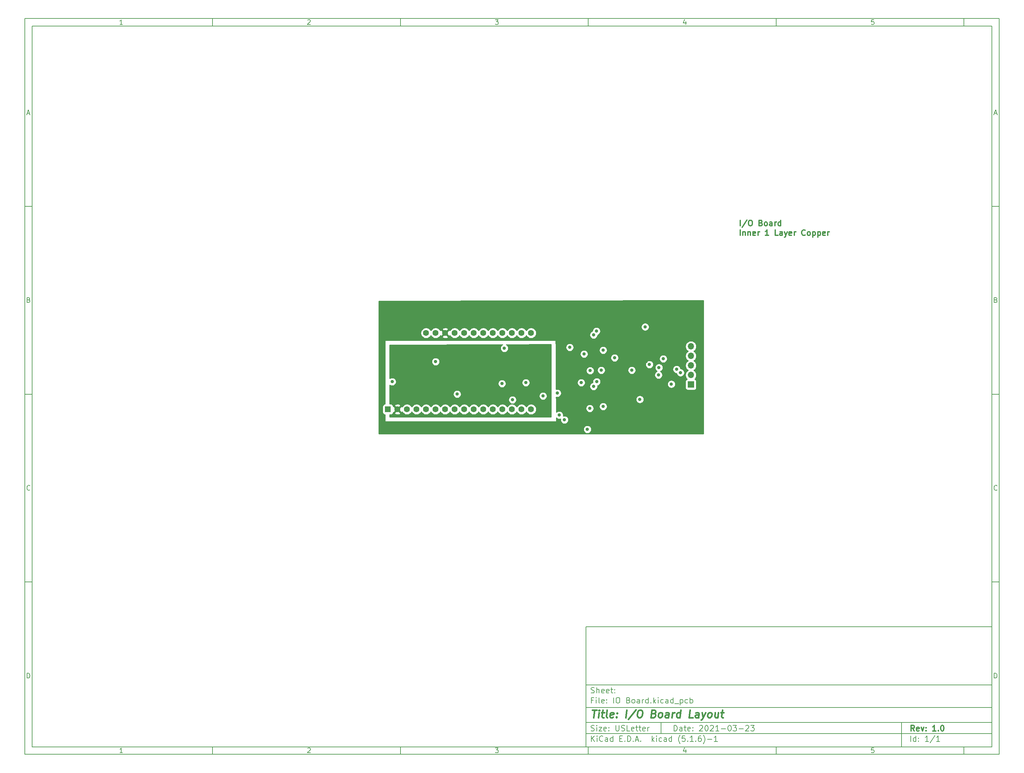
<source format=gbr>
G04 #@! TF.GenerationSoftware,KiCad,Pcbnew,(5.1.6)-1*
G04 #@! TF.CreationDate,2021-03-23T17:10:19-04:00*
G04 #@! TF.ProjectId,IO Board,494f2042-6f61-4726-942e-6b696361645f,1.0*
G04 #@! TF.SameCoordinates,Original*
G04 #@! TF.FileFunction,Copper,L2,Inr*
G04 #@! TF.FilePolarity,Positive*
%FSLAX46Y46*%
G04 Gerber Fmt 4.6, Leading zero omitted, Abs format (unit mm)*
G04 Created by KiCad (PCBNEW (5.1.6)-1) date 2021-03-23 17:10:19*
%MOMM*%
%LPD*%
G01*
G04 APERTURE LIST*
%ADD10C,0.100000*%
%ADD11C,0.150000*%
%ADD12C,0.300000*%
%ADD13C,0.400000*%
G04 #@! TA.AperFunction,NonConductor*
%ADD14C,0.300000*%
G04 #@! TD*
G04 #@! TA.AperFunction,ViaPad*
%ADD15C,1.600000*%
G04 #@! TD*
G04 #@! TA.AperFunction,ViaPad*
%ADD16R,1.600000X1.600000*%
G04 #@! TD*
G04 #@! TA.AperFunction,ViaPad*
%ADD17R,1.700000X1.700000*%
G04 #@! TD*
G04 #@! TA.AperFunction,ViaPad*
%ADD18O,1.700000X1.700000*%
G04 #@! TD*
G04 #@! TA.AperFunction,ViaPad*
%ADD19C,0.889000*%
G04 #@! TD*
G04 #@! TA.AperFunction,Conductor*
%ADD20C,0.254000*%
G04 #@! TD*
G04 APERTURE END LIST*
D10*
D11*
X159400000Y-171900000D02*
X159400000Y-203900000D01*
X267400000Y-203900000D01*
X267400000Y-171900000D01*
X159400000Y-171900000D01*
D10*
D11*
X10000000Y-10000000D02*
X10000000Y-205900000D01*
X269400000Y-205900000D01*
X269400000Y-10000000D01*
X10000000Y-10000000D01*
D10*
D11*
X12000000Y-12000000D02*
X12000000Y-203900000D01*
X267400000Y-203900000D01*
X267400000Y-12000000D01*
X12000000Y-12000000D01*
D10*
D11*
X60000000Y-12000000D02*
X60000000Y-10000000D01*
D10*
D11*
X110000000Y-12000000D02*
X110000000Y-10000000D01*
D10*
D11*
X160000000Y-12000000D02*
X160000000Y-10000000D01*
D10*
D11*
X210000000Y-12000000D02*
X210000000Y-10000000D01*
D10*
D11*
X260000000Y-12000000D02*
X260000000Y-10000000D01*
D10*
D11*
X36065476Y-11588095D02*
X35322619Y-11588095D01*
X35694047Y-11588095D02*
X35694047Y-10288095D01*
X35570238Y-10473809D01*
X35446428Y-10597619D01*
X35322619Y-10659523D01*
D10*
D11*
X85322619Y-10411904D02*
X85384523Y-10350000D01*
X85508333Y-10288095D01*
X85817857Y-10288095D01*
X85941666Y-10350000D01*
X86003571Y-10411904D01*
X86065476Y-10535714D01*
X86065476Y-10659523D01*
X86003571Y-10845238D01*
X85260714Y-11588095D01*
X86065476Y-11588095D01*
D10*
D11*
X135260714Y-10288095D02*
X136065476Y-10288095D01*
X135632142Y-10783333D01*
X135817857Y-10783333D01*
X135941666Y-10845238D01*
X136003571Y-10907142D01*
X136065476Y-11030952D01*
X136065476Y-11340476D01*
X136003571Y-11464285D01*
X135941666Y-11526190D01*
X135817857Y-11588095D01*
X135446428Y-11588095D01*
X135322619Y-11526190D01*
X135260714Y-11464285D01*
D10*
D11*
X185941666Y-10721428D02*
X185941666Y-11588095D01*
X185632142Y-10226190D02*
X185322619Y-11154761D01*
X186127380Y-11154761D01*
D10*
D11*
X236003571Y-10288095D02*
X235384523Y-10288095D01*
X235322619Y-10907142D01*
X235384523Y-10845238D01*
X235508333Y-10783333D01*
X235817857Y-10783333D01*
X235941666Y-10845238D01*
X236003571Y-10907142D01*
X236065476Y-11030952D01*
X236065476Y-11340476D01*
X236003571Y-11464285D01*
X235941666Y-11526190D01*
X235817857Y-11588095D01*
X235508333Y-11588095D01*
X235384523Y-11526190D01*
X235322619Y-11464285D01*
D10*
D11*
X60000000Y-203900000D02*
X60000000Y-205900000D01*
D10*
D11*
X110000000Y-203900000D02*
X110000000Y-205900000D01*
D10*
D11*
X160000000Y-203900000D02*
X160000000Y-205900000D01*
D10*
D11*
X210000000Y-203900000D02*
X210000000Y-205900000D01*
D10*
D11*
X260000000Y-203900000D02*
X260000000Y-205900000D01*
D10*
D11*
X36065476Y-205488095D02*
X35322619Y-205488095D01*
X35694047Y-205488095D02*
X35694047Y-204188095D01*
X35570238Y-204373809D01*
X35446428Y-204497619D01*
X35322619Y-204559523D01*
D10*
D11*
X85322619Y-204311904D02*
X85384523Y-204250000D01*
X85508333Y-204188095D01*
X85817857Y-204188095D01*
X85941666Y-204250000D01*
X86003571Y-204311904D01*
X86065476Y-204435714D01*
X86065476Y-204559523D01*
X86003571Y-204745238D01*
X85260714Y-205488095D01*
X86065476Y-205488095D01*
D10*
D11*
X135260714Y-204188095D02*
X136065476Y-204188095D01*
X135632142Y-204683333D01*
X135817857Y-204683333D01*
X135941666Y-204745238D01*
X136003571Y-204807142D01*
X136065476Y-204930952D01*
X136065476Y-205240476D01*
X136003571Y-205364285D01*
X135941666Y-205426190D01*
X135817857Y-205488095D01*
X135446428Y-205488095D01*
X135322619Y-205426190D01*
X135260714Y-205364285D01*
D10*
D11*
X185941666Y-204621428D02*
X185941666Y-205488095D01*
X185632142Y-204126190D02*
X185322619Y-205054761D01*
X186127380Y-205054761D01*
D10*
D11*
X236003571Y-204188095D02*
X235384523Y-204188095D01*
X235322619Y-204807142D01*
X235384523Y-204745238D01*
X235508333Y-204683333D01*
X235817857Y-204683333D01*
X235941666Y-204745238D01*
X236003571Y-204807142D01*
X236065476Y-204930952D01*
X236065476Y-205240476D01*
X236003571Y-205364285D01*
X235941666Y-205426190D01*
X235817857Y-205488095D01*
X235508333Y-205488095D01*
X235384523Y-205426190D01*
X235322619Y-205364285D01*
D10*
D11*
X10000000Y-60000000D02*
X12000000Y-60000000D01*
D10*
D11*
X10000000Y-110000000D02*
X12000000Y-110000000D01*
D10*
D11*
X10000000Y-160000000D02*
X12000000Y-160000000D01*
D10*
D11*
X10690476Y-35216666D02*
X11309523Y-35216666D01*
X10566666Y-35588095D02*
X11000000Y-34288095D01*
X11433333Y-35588095D01*
D10*
D11*
X11092857Y-84907142D02*
X11278571Y-84969047D01*
X11340476Y-85030952D01*
X11402380Y-85154761D01*
X11402380Y-85340476D01*
X11340476Y-85464285D01*
X11278571Y-85526190D01*
X11154761Y-85588095D01*
X10659523Y-85588095D01*
X10659523Y-84288095D01*
X11092857Y-84288095D01*
X11216666Y-84350000D01*
X11278571Y-84411904D01*
X11340476Y-84535714D01*
X11340476Y-84659523D01*
X11278571Y-84783333D01*
X11216666Y-84845238D01*
X11092857Y-84907142D01*
X10659523Y-84907142D01*
D10*
D11*
X11402380Y-135464285D02*
X11340476Y-135526190D01*
X11154761Y-135588095D01*
X11030952Y-135588095D01*
X10845238Y-135526190D01*
X10721428Y-135402380D01*
X10659523Y-135278571D01*
X10597619Y-135030952D01*
X10597619Y-134845238D01*
X10659523Y-134597619D01*
X10721428Y-134473809D01*
X10845238Y-134350000D01*
X11030952Y-134288095D01*
X11154761Y-134288095D01*
X11340476Y-134350000D01*
X11402380Y-134411904D01*
D10*
D11*
X10659523Y-185588095D02*
X10659523Y-184288095D01*
X10969047Y-184288095D01*
X11154761Y-184350000D01*
X11278571Y-184473809D01*
X11340476Y-184597619D01*
X11402380Y-184845238D01*
X11402380Y-185030952D01*
X11340476Y-185278571D01*
X11278571Y-185402380D01*
X11154761Y-185526190D01*
X10969047Y-185588095D01*
X10659523Y-185588095D01*
D10*
D11*
X269400000Y-60000000D02*
X267400000Y-60000000D01*
D10*
D11*
X269400000Y-110000000D02*
X267400000Y-110000000D01*
D10*
D11*
X269400000Y-160000000D02*
X267400000Y-160000000D01*
D10*
D11*
X268090476Y-35216666D02*
X268709523Y-35216666D01*
X267966666Y-35588095D02*
X268400000Y-34288095D01*
X268833333Y-35588095D01*
D10*
D11*
X268492857Y-84907142D02*
X268678571Y-84969047D01*
X268740476Y-85030952D01*
X268802380Y-85154761D01*
X268802380Y-85340476D01*
X268740476Y-85464285D01*
X268678571Y-85526190D01*
X268554761Y-85588095D01*
X268059523Y-85588095D01*
X268059523Y-84288095D01*
X268492857Y-84288095D01*
X268616666Y-84350000D01*
X268678571Y-84411904D01*
X268740476Y-84535714D01*
X268740476Y-84659523D01*
X268678571Y-84783333D01*
X268616666Y-84845238D01*
X268492857Y-84907142D01*
X268059523Y-84907142D01*
D10*
D11*
X268802380Y-135464285D02*
X268740476Y-135526190D01*
X268554761Y-135588095D01*
X268430952Y-135588095D01*
X268245238Y-135526190D01*
X268121428Y-135402380D01*
X268059523Y-135278571D01*
X267997619Y-135030952D01*
X267997619Y-134845238D01*
X268059523Y-134597619D01*
X268121428Y-134473809D01*
X268245238Y-134350000D01*
X268430952Y-134288095D01*
X268554761Y-134288095D01*
X268740476Y-134350000D01*
X268802380Y-134411904D01*
D10*
D11*
X268059523Y-185588095D02*
X268059523Y-184288095D01*
X268369047Y-184288095D01*
X268554761Y-184350000D01*
X268678571Y-184473809D01*
X268740476Y-184597619D01*
X268802380Y-184845238D01*
X268802380Y-185030952D01*
X268740476Y-185278571D01*
X268678571Y-185402380D01*
X268554761Y-185526190D01*
X268369047Y-185588095D01*
X268059523Y-185588095D01*
D10*
D11*
X182832142Y-199678571D02*
X182832142Y-198178571D01*
X183189285Y-198178571D01*
X183403571Y-198250000D01*
X183546428Y-198392857D01*
X183617857Y-198535714D01*
X183689285Y-198821428D01*
X183689285Y-199035714D01*
X183617857Y-199321428D01*
X183546428Y-199464285D01*
X183403571Y-199607142D01*
X183189285Y-199678571D01*
X182832142Y-199678571D01*
X184975000Y-199678571D02*
X184975000Y-198892857D01*
X184903571Y-198750000D01*
X184760714Y-198678571D01*
X184475000Y-198678571D01*
X184332142Y-198750000D01*
X184975000Y-199607142D02*
X184832142Y-199678571D01*
X184475000Y-199678571D01*
X184332142Y-199607142D01*
X184260714Y-199464285D01*
X184260714Y-199321428D01*
X184332142Y-199178571D01*
X184475000Y-199107142D01*
X184832142Y-199107142D01*
X184975000Y-199035714D01*
X185475000Y-198678571D02*
X186046428Y-198678571D01*
X185689285Y-198178571D02*
X185689285Y-199464285D01*
X185760714Y-199607142D01*
X185903571Y-199678571D01*
X186046428Y-199678571D01*
X187117857Y-199607142D02*
X186975000Y-199678571D01*
X186689285Y-199678571D01*
X186546428Y-199607142D01*
X186475000Y-199464285D01*
X186475000Y-198892857D01*
X186546428Y-198750000D01*
X186689285Y-198678571D01*
X186975000Y-198678571D01*
X187117857Y-198750000D01*
X187189285Y-198892857D01*
X187189285Y-199035714D01*
X186475000Y-199178571D01*
X187832142Y-199535714D02*
X187903571Y-199607142D01*
X187832142Y-199678571D01*
X187760714Y-199607142D01*
X187832142Y-199535714D01*
X187832142Y-199678571D01*
X187832142Y-198750000D02*
X187903571Y-198821428D01*
X187832142Y-198892857D01*
X187760714Y-198821428D01*
X187832142Y-198750000D01*
X187832142Y-198892857D01*
X189617857Y-198321428D02*
X189689285Y-198250000D01*
X189832142Y-198178571D01*
X190189285Y-198178571D01*
X190332142Y-198250000D01*
X190403571Y-198321428D01*
X190475000Y-198464285D01*
X190475000Y-198607142D01*
X190403571Y-198821428D01*
X189546428Y-199678571D01*
X190475000Y-199678571D01*
X191403571Y-198178571D02*
X191546428Y-198178571D01*
X191689285Y-198250000D01*
X191760714Y-198321428D01*
X191832142Y-198464285D01*
X191903571Y-198750000D01*
X191903571Y-199107142D01*
X191832142Y-199392857D01*
X191760714Y-199535714D01*
X191689285Y-199607142D01*
X191546428Y-199678571D01*
X191403571Y-199678571D01*
X191260714Y-199607142D01*
X191189285Y-199535714D01*
X191117857Y-199392857D01*
X191046428Y-199107142D01*
X191046428Y-198750000D01*
X191117857Y-198464285D01*
X191189285Y-198321428D01*
X191260714Y-198250000D01*
X191403571Y-198178571D01*
X192475000Y-198321428D02*
X192546428Y-198250000D01*
X192689285Y-198178571D01*
X193046428Y-198178571D01*
X193189285Y-198250000D01*
X193260714Y-198321428D01*
X193332142Y-198464285D01*
X193332142Y-198607142D01*
X193260714Y-198821428D01*
X192403571Y-199678571D01*
X193332142Y-199678571D01*
X194760714Y-199678571D02*
X193903571Y-199678571D01*
X194332142Y-199678571D02*
X194332142Y-198178571D01*
X194189285Y-198392857D01*
X194046428Y-198535714D01*
X193903571Y-198607142D01*
X195403571Y-199107142D02*
X196546428Y-199107142D01*
X197546428Y-198178571D02*
X197689285Y-198178571D01*
X197832142Y-198250000D01*
X197903571Y-198321428D01*
X197975000Y-198464285D01*
X198046428Y-198750000D01*
X198046428Y-199107142D01*
X197975000Y-199392857D01*
X197903571Y-199535714D01*
X197832142Y-199607142D01*
X197689285Y-199678571D01*
X197546428Y-199678571D01*
X197403571Y-199607142D01*
X197332142Y-199535714D01*
X197260714Y-199392857D01*
X197189285Y-199107142D01*
X197189285Y-198750000D01*
X197260714Y-198464285D01*
X197332142Y-198321428D01*
X197403571Y-198250000D01*
X197546428Y-198178571D01*
X198546428Y-198178571D02*
X199475000Y-198178571D01*
X198975000Y-198750000D01*
X199189285Y-198750000D01*
X199332142Y-198821428D01*
X199403571Y-198892857D01*
X199475000Y-199035714D01*
X199475000Y-199392857D01*
X199403571Y-199535714D01*
X199332142Y-199607142D01*
X199189285Y-199678571D01*
X198760714Y-199678571D01*
X198617857Y-199607142D01*
X198546428Y-199535714D01*
X200117857Y-199107142D02*
X201260714Y-199107142D01*
X201903571Y-198321428D02*
X201975000Y-198250000D01*
X202117857Y-198178571D01*
X202475000Y-198178571D01*
X202617857Y-198250000D01*
X202689285Y-198321428D01*
X202760714Y-198464285D01*
X202760714Y-198607142D01*
X202689285Y-198821428D01*
X201832142Y-199678571D01*
X202760714Y-199678571D01*
X203260714Y-198178571D02*
X204189285Y-198178571D01*
X203689285Y-198750000D01*
X203903571Y-198750000D01*
X204046428Y-198821428D01*
X204117857Y-198892857D01*
X204189285Y-199035714D01*
X204189285Y-199392857D01*
X204117857Y-199535714D01*
X204046428Y-199607142D01*
X203903571Y-199678571D01*
X203475000Y-199678571D01*
X203332142Y-199607142D01*
X203260714Y-199535714D01*
D10*
D11*
X159400000Y-200400000D02*
X267400000Y-200400000D01*
D10*
D11*
X160832142Y-202478571D02*
X160832142Y-200978571D01*
X161689285Y-202478571D02*
X161046428Y-201621428D01*
X161689285Y-200978571D02*
X160832142Y-201835714D01*
X162332142Y-202478571D02*
X162332142Y-201478571D01*
X162332142Y-200978571D02*
X162260714Y-201050000D01*
X162332142Y-201121428D01*
X162403571Y-201050000D01*
X162332142Y-200978571D01*
X162332142Y-201121428D01*
X163903571Y-202335714D02*
X163832142Y-202407142D01*
X163617857Y-202478571D01*
X163475000Y-202478571D01*
X163260714Y-202407142D01*
X163117857Y-202264285D01*
X163046428Y-202121428D01*
X162975000Y-201835714D01*
X162975000Y-201621428D01*
X163046428Y-201335714D01*
X163117857Y-201192857D01*
X163260714Y-201050000D01*
X163475000Y-200978571D01*
X163617857Y-200978571D01*
X163832142Y-201050000D01*
X163903571Y-201121428D01*
X165189285Y-202478571D02*
X165189285Y-201692857D01*
X165117857Y-201550000D01*
X164975000Y-201478571D01*
X164689285Y-201478571D01*
X164546428Y-201550000D01*
X165189285Y-202407142D02*
X165046428Y-202478571D01*
X164689285Y-202478571D01*
X164546428Y-202407142D01*
X164475000Y-202264285D01*
X164475000Y-202121428D01*
X164546428Y-201978571D01*
X164689285Y-201907142D01*
X165046428Y-201907142D01*
X165189285Y-201835714D01*
X166546428Y-202478571D02*
X166546428Y-200978571D01*
X166546428Y-202407142D02*
X166403571Y-202478571D01*
X166117857Y-202478571D01*
X165975000Y-202407142D01*
X165903571Y-202335714D01*
X165832142Y-202192857D01*
X165832142Y-201764285D01*
X165903571Y-201621428D01*
X165975000Y-201550000D01*
X166117857Y-201478571D01*
X166403571Y-201478571D01*
X166546428Y-201550000D01*
X168403571Y-201692857D02*
X168903571Y-201692857D01*
X169117857Y-202478571D02*
X168403571Y-202478571D01*
X168403571Y-200978571D01*
X169117857Y-200978571D01*
X169760714Y-202335714D02*
X169832142Y-202407142D01*
X169760714Y-202478571D01*
X169689285Y-202407142D01*
X169760714Y-202335714D01*
X169760714Y-202478571D01*
X170475000Y-202478571D02*
X170475000Y-200978571D01*
X170832142Y-200978571D01*
X171046428Y-201050000D01*
X171189285Y-201192857D01*
X171260714Y-201335714D01*
X171332142Y-201621428D01*
X171332142Y-201835714D01*
X171260714Y-202121428D01*
X171189285Y-202264285D01*
X171046428Y-202407142D01*
X170832142Y-202478571D01*
X170475000Y-202478571D01*
X171975000Y-202335714D02*
X172046428Y-202407142D01*
X171975000Y-202478571D01*
X171903571Y-202407142D01*
X171975000Y-202335714D01*
X171975000Y-202478571D01*
X172617857Y-202050000D02*
X173332142Y-202050000D01*
X172475000Y-202478571D02*
X172975000Y-200978571D01*
X173475000Y-202478571D01*
X173975000Y-202335714D02*
X174046428Y-202407142D01*
X173975000Y-202478571D01*
X173903571Y-202407142D01*
X173975000Y-202335714D01*
X173975000Y-202478571D01*
X176975000Y-202478571D02*
X176975000Y-200978571D01*
X177117857Y-201907142D02*
X177546428Y-202478571D01*
X177546428Y-201478571D02*
X176975000Y-202050000D01*
X178189285Y-202478571D02*
X178189285Y-201478571D01*
X178189285Y-200978571D02*
X178117857Y-201050000D01*
X178189285Y-201121428D01*
X178260714Y-201050000D01*
X178189285Y-200978571D01*
X178189285Y-201121428D01*
X179546428Y-202407142D02*
X179403571Y-202478571D01*
X179117857Y-202478571D01*
X178975000Y-202407142D01*
X178903571Y-202335714D01*
X178832142Y-202192857D01*
X178832142Y-201764285D01*
X178903571Y-201621428D01*
X178975000Y-201550000D01*
X179117857Y-201478571D01*
X179403571Y-201478571D01*
X179546428Y-201550000D01*
X180832142Y-202478571D02*
X180832142Y-201692857D01*
X180760714Y-201550000D01*
X180617857Y-201478571D01*
X180332142Y-201478571D01*
X180189285Y-201550000D01*
X180832142Y-202407142D02*
X180689285Y-202478571D01*
X180332142Y-202478571D01*
X180189285Y-202407142D01*
X180117857Y-202264285D01*
X180117857Y-202121428D01*
X180189285Y-201978571D01*
X180332142Y-201907142D01*
X180689285Y-201907142D01*
X180832142Y-201835714D01*
X182189285Y-202478571D02*
X182189285Y-200978571D01*
X182189285Y-202407142D02*
X182046428Y-202478571D01*
X181760714Y-202478571D01*
X181617857Y-202407142D01*
X181546428Y-202335714D01*
X181475000Y-202192857D01*
X181475000Y-201764285D01*
X181546428Y-201621428D01*
X181617857Y-201550000D01*
X181760714Y-201478571D01*
X182046428Y-201478571D01*
X182189285Y-201550000D01*
X184475000Y-203050000D02*
X184403571Y-202978571D01*
X184260714Y-202764285D01*
X184189285Y-202621428D01*
X184117857Y-202407142D01*
X184046428Y-202050000D01*
X184046428Y-201764285D01*
X184117857Y-201407142D01*
X184189285Y-201192857D01*
X184260714Y-201050000D01*
X184403571Y-200835714D01*
X184475000Y-200764285D01*
X185760714Y-200978571D02*
X185046428Y-200978571D01*
X184975000Y-201692857D01*
X185046428Y-201621428D01*
X185189285Y-201550000D01*
X185546428Y-201550000D01*
X185689285Y-201621428D01*
X185760714Y-201692857D01*
X185832142Y-201835714D01*
X185832142Y-202192857D01*
X185760714Y-202335714D01*
X185689285Y-202407142D01*
X185546428Y-202478571D01*
X185189285Y-202478571D01*
X185046428Y-202407142D01*
X184975000Y-202335714D01*
X186475000Y-202335714D02*
X186546428Y-202407142D01*
X186475000Y-202478571D01*
X186403571Y-202407142D01*
X186475000Y-202335714D01*
X186475000Y-202478571D01*
X187975000Y-202478571D02*
X187117857Y-202478571D01*
X187546428Y-202478571D02*
X187546428Y-200978571D01*
X187403571Y-201192857D01*
X187260714Y-201335714D01*
X187117857Y-201407142D01*
X188617857Y-202335714D02*
X188689285Y-202407142D01*
X188617857Y-202478571D01*
X188546428Y-202407142D01*
X188617857Y-202335714D01*
X188617857Y-202478571D01*
X189975000Y-200978571D02*
X189689285Y-200978571D01*
X189546428Y-201050000D01*
X189475000Y-201121428D01*
X189332142Y-201335714D01*
X189260714Y-201621428D01*
X189260714Y-202192857D01*
X189332142Y-202335714D01*
X189403571Y-202407142D01*
X189546428Y-202478571D01*
X189832142Y-202478571D01*
X189975000Y-202407142D01*
X190046428Y-202335714D01*
X190117857Y-202192857D01*
X190117857Y-201835714D01*
X190046428Y-201692857D01*
X189975000Y-201621428D01*
X189832142Y-201550000D01*
X189546428Y-201550000D01*
X189403571Y-201621428D01*
X189332142Y-201692857D01*
X189260714Y-201835714D01*
X190617857Y-203050000D02*
X190689285Y-202978571D01*
X190832142Y-202764285D01*
X190903571Y-202621428D01*
X190975000Y-202407142D01*
X191046428Y-202050000D01*
X191046428Y-201764285D01*
X190975000Y-201407142D01*
X190903571Y-201192857D01*
X190832142Y-201050000D01*
X190689285Y-200835714D01*
X190617857Y-200764285D01*
X191760714Y-201907142D02*
X192903571Y-201907142D01*
X194403571Y-202478571D02*
X193546428Y-202478571D01*
X193975000Y-202478571D02*
X193975000Y-200978571D01*
X193832142Y-201192857D01*
X193689285Y-201335714D01*
X193546428Y-201407142D01*
D10*
D11*
X159400000Y-197400000D02*
X267400000Y-197400000D01*
D10*
D12*
X246809285Y-199678571D02*
X246309285Y-198964285D01*
X245952142Y-199678571D02*
X245952142Y-198178571D01*
X246523571Y-198178571D01*
X246666428Y-198250000D01*
X246737857Y-198321428D01*
X246809285Y-198464285D01*
X246809285Y-198678571D01*
X246737857Y-198821428D01*
X246666428Y-198892857D01*
X246523571Y-198964285D01*
X245952142Y-198964285D01*
X248023571Y-199607142D02*
X247880714Y-199678571D01*
X247595000Y-199678571D01*
X247452142Y-199607142D01*
X247380714Y-199464285D01*
X247380714Y-198892857D01*
X247452142Y-198750000D01*
X247595000Y-198678571D01*
X247880714Y-198678571D01*
X248023571Y-198750000D01*
X248095000Y-198892857D01*
X248095000Y-199035714D01*
X247380714Y-199178571D01*
X248595000Y-198678571D02*
X248952142Y-199678571D01*
X249309285Y-198678571D01*
X249880714Y-199535714D02*
X249952142Y-199607142D01*
X249880714Y-199678571D01*
X249809285Y-199607142D01*
X249880714Y-199535714D01*
X249880714Y-199678571D01*
X249880714Y-198750000D02*
X249952142Y-198821428D01*
X249880714Y-198892857D01*
X249809285Y-198821428D01*
X249880714Y-198750000D01*
X249880714Y-198892857D01*
X252523571Y-199678571D02*
X251666428Y-199678571D01*
X252095000Y-199678571D02*
X252095000Y-198178571D01*
X251952142Y-198392857D01*
X251809285Y-198535714D01*
X251666428Y-198607142D01*
X253166428Y-199535714D02*
X253237857Y-199607142D01*
X253166428Y-199678571D01*
X253095000Y-199607142D01*
X253166428Y-199535714D01*
X253166428Y-199678571D01*
X254166428Y-198178571D02*
X254309285Y-198178571D01*
X254452142Y-198250000D01*
X254523571Y-198321428D01*
X254595000Y-198464285D01*
X254666428Y-198750000D01*
X254666428Y-199107142D01*
X254595000Y-199392857D01*
X254523571Y-199535714D01*
X254452142Y-199607142D01*
X254309285Y-199678571D01*
X254166428Y-199678571D01*
X254023571Y-199607142D01*
X253952142Y-199535714D01*
X253880714Y-199392857D01*
X253809285Y-199107142D01*
X253809285Y-198750000D01*
X253880714Y-198464285D01*
X253952142Y-198321428D01*
X254023571Y-198250000D01*
X254166428Y-198178571D01*
D10*
D11*
X160760714Y-199607142D02*
X160975000Y-199678571D01*
X161332142Y-199678571D01*
X161475000Y-199607142D01*
X161546428Y-199535714D01*
X161617857Y-199392857D01*
X161617857Y-199250000D01*
X161546428Y-199107142D01*
X161475000Y-199035714D01*
X161332142Y-198964285D01*
X161046428Y-198892857D01*
X160903571Y-198821428D01*
X160832142Y-198750000D01*
X160760714Y-198607142D01*
X160760714Y-198464285D01*
X160832142Y-198321428D01*
X160903571Y-198250000D01*
X161046428Y-198178571D01*
X161403571Y-198178571D01*
X161617857Y-198250000D01*
X162260714Y-199678571D02*
X162260714Y-198678571D01*
X162260714Y-198178571D02*
X162189285Y-198250000D01*
X162260714Y-198321428D01*
X162332142Y-198250000D01*
X162260714Y-198178571D01*
X162260714Y-198321428D01*
X162832142Y-198678571D02*
X163617857Y-198678571D01*
X162832142Y-199678571D01*
X163617857Y-199678571D01*
X164760714Y-199607142D02*
X164617857Y-199678571D01*
X164332142Y-199678571D01*
X164189285Y-199607142D01*
X164117857Y-199464285D01*
X164117857Y-198892857D01*
X164189285Y-198750000D01*
X164332142Y-198678571D01*
X164617857Y-198678571D01*
X164760714Y-198750000D01*
X164832142Y-198892857D01*
X164832142Y-199035714D01*
X164117857Y-199178571D01*
X165475000Y-199535714D02*
X165546428Y-199607142D01*
X165475000Y-199678571D01*
X165403571Y-199607142D01*
X165475000Y-199535714D01*
X165475000Y-199678571D01*
X165475000Y-198750000D02*
X165546428Y-198821428D01*
X165475000Y-198892857D01*
X165403571Y-198821428D01*
X165475000Y-198750000D01*
X165475000Y-198892857D01*
X167332142Y-198178571D02*
X167332142Y-199392857D01*
X167403571Y-199535714D01*
X167475000Y-199607142D01*
X167617857Y-199678571D01*
X167903571Y-199678571D01*
X168046428Y-199607142D01*
X168117857Y-199535714D01*
X168189285Y-199392857D01*
X168189285Y-198178571D01*
X168832142Y-199607142D02*
X169046428Y-199678571D01*
X169403571Y-199678571D01*
X169546428Y-199607142D01*
X169617857Y-199535714D01*
X169689285Y-199392857D01*
X169689285Y-199250000D01*
X169617857Y-199107142D01*
X169546428Y-199035714D01*
X169403571Y-198964285D01*
X169117857Y-198892857D01*
X168975000Y-198821428D01*
X168903571Y-198750000D01*
X168832142Y-198607142D01*
X168832142Y-198464285D01*
X168903571Y-198321428D01*
X168975000Y-198250000D01*
X169117857Y-198178571D01*
X169475000Y-198178571D01*
X169689285Y-198250000D01*
X171046428Y-199678571D02*
X170332142Y-199678571D01*
X170332142Y-198178571D01*
X172117857Y-199607142D02*
X171975000Y-199678571D01*
X171689285Y-199678571D01*
X171546428Y-199607142D01*
X171475000Y-199464285D01*
X171475000Y-198892857D01*
X171546428Y-198750000D01*
X171689285Y-198678571D01*
X171975000Y-198678571D01*
X172117857Y-198750000D01*
X172189285Y-198892857D01*
X172189285Y-199035714D01*
X171475000Y-199178571D01*
X172617857Y-198678571D02*
X173189285Y-198678571D01*
X172832142Y-198178571D02*
X172832142Y-199464285D01*
X172903571Y-199607142D01*
X173046428Y-199678571D01*
X173189285Y-199678571D01*
X173475000Y-198678571D02*
X174046428Y-198678571D01*
X173689285Y-198178571D02*
X173689285Y-199464285D01*
X173760714Y-199607142D01*
X173903571Y-199678571D01*
X174046428Y-199678571D01*
X175117857Y-199607142D02*
X174975000Y-199678571D01*
X174689285Y-199678571D01*
X174546428Y-199607142D01*
X174475000Y-199464285D01*
X174475000Y-198892857D01*
X174546428Y-198750000D01*
X174689285Y-198678571D01*
X174975000Y-198678571D01*
X175117857Y-198750000D01*
X175189285Y-198892857D01*
X175189285Y-199035714D01*
X174475000Y-199178571D01*
X175832142Y-199678571D02*
X175832142Y-198678571D01*
X175832142Y-198964285D02*
X175903571Y-198821428D01*
X175975000Y-198750000D01*
X176117857Y-198678571D01*
X176260714Y-198678571D01*
D10*
D11*
X245832142Y-202478571D02*
X245832142Y-200978571D01*
X247189285Y-202478571D02*
X247189285Y-200978571D01*
X247189285Y-202407142D02*
X247046428Y-202478571D01*
X246760714Y-202478571D01*
X246617857Y-202407142D01*
X246546428Y-202335714D01*
X246475000Y-202192857D01*
X246475000Y-201764285D01*
X246546428Y-201621428D01*
X246617857Y-201550000D01*
X246760714Y-201478571D01*
X247046428Y-201478571D01*
X247189285Y-201550000D01*
X247903571Y-202335714D02*
X247975000Y-202407142D01*
X247903571Y-202478571D01*
X247832142Y-202407142D01*
X247903571Y-202335714D01*
X247903571Y-202478571D01*
X247903571Y-201550000D02*
X247975000Y-201621428D01*
X247903571Y-201692857D01*
X247832142Y-201621428D01*
X247903571Y-201550000D01*
X247903571Y-201692857D01*
X250546428Y-202478571D02*
X249689285Y-202478571D01*
X250117857Y-202478571D02*
X250117857Y-200978571D01*
X249975000Y-201192857D01*
X249832142Y-201335714D01*
X249689285Y-201407142D01*
X252260714Y-200907142D02*
X250975000Y-202835714D01*
X253546428Y-202478571D02*
X252689285Y-202478571D01*
X253117857Y-202478571D02*
X253117857Y-200978571D01*
X252975000Y-201192857D01*
X252832142Y-201335714D01*
X252689285Y-201407142D01*
D10*
D11*
X159400000Y-193400000D02*
X267400000Y-193400000D01*
D10*
D13*
X161112380Y-194104761D02*
X162255238Y-194104761D01*
X161433809Y-196104761D02*
X161683809Y-194104761D01*
X162671904Y-196104761D02*
X162838571Y-194771428D01*
X162921904Y-194104761D02*
X162814761Y-194200000D01*
X162898095Y-194295238D01*
X163005238Y-194200000D01*
X162921904Y-194104761D01*
X162898095Y-194295238D01*
X163505238Y-194771428D02*
X164267142Y-194771428D01*
X163874285Y-194104761D02*
X163660000Y-195819047D01*
X163731428Y-196009523D01*
X163910000Y-196104761D01*
X164100476Y-196104761D01*
X165052857Y-196104761D02*
X164874285Y-196009523D01*
X164802857Y-195819047D01*
X165017142Y-194104761D01*
X166588571Y-196009523D02*
X166386190Y-196104761D01*
X166005238Y-196104761D01*
X165826666Y-196009523D01*
X165755238Y-195819047D01*
X165850476Y-195057142D01*
X165969523Y-194866666D01*
X166171904Y-194771428D01*
X166552857Y-194771428D01*
X166731428Y-194866666D01*
X166802857Y-195057142D01*
X166779047Y-195247619D01*
X165802857Y-195438095D01*
X167552857Y-195914285D02*
X167636190Y-196009523D01*
X167529047Y-196104761D01*
X167445714Y-196009523D01*
X167552857Y-195914285D01*
X167529047Y-196104761D01*
X167683809Y-194866666D02*
X167767142Y-194961904D01*
X167660000Y-195057142D01*
X167576666Y-194961904D01*
X167683809Y-194866666D01*
X167660000Y-195057142D01*
X170005238Y-196104761D02*
X170255238Y-194104761D01*
X172648095Y-194009523D02*
X170612380Y-196580952D01*
X173683809Y-194104761D02*
X174064761Y-194104761D01*
X174243333Y-194200000D01*
X174410000Y-194390476D01*
X174457619Y-194771428D01*
X174374285Y-195438095D01*
X174231428Y-195819047D01*
X174017142Y-196009523D01*
X173814761Y-196104761D01*
X173433809Y-196104761D01*
X173255238Y-196009523D01*
X173088571Y-195819047D01*
X173040952Y-195438095D01*
X173124285Y-194771428D01*
X173267142Y-194390476D01*
X173481428Y-194200000D01*
X173683809Y-194104761D01*
X177469523Y-195057142D02*
X177743333Y-195152380D01*
X177826666Y-195247619D01*
X177898095Y-195438095D01*
X177862380Y-195723809D01*
X177743333Y-195914285D01*
X177636190Y-196009523D01*
X177433809Y-196104761D01*
X176671904Y-196104761D01*
X176921904Y-194104761D01*
X177588571Y-194104761D01*
X177767142Y-194200000D01*
X177850476Y-194295238D01*
X177921904Y-194485714D01*
X177898095Y-194676190D01*
X177779047Y-194866666D01*
X177671904Y-194961904D01*
X177469523Y-195057142D01*
X176802857Y-195057142D01*
X178957619Y-196104761D02*
X178779047Y-196009523D01*
X178695714Y-195914285D01*
X178624285Y-195723809D01*
X178695714Y-195152380D01*
X178814761Y-194961904D01*
X178921904Y-194866666D01*
X179124285Y-194771428D01*
X179410000Y-194771428D01*
X179588571Y-194866666D01*
X179671904Y-194961904D01*
X179743333Y-195152380D01*
X179671904Y-195723809D01*
X179552857Y-195914285D01*
X179445714Y-196009523D01*
X179243333Y-196104761D01*
X178957619Y-196104761D01*
X181338571Y-196104761D02*
X181469523Y-195057142D01*
X181398095Y-194866666D01*
X181219523Y-194771428D01*
X180838571Y-194771428D01*
X180636190Y-194866666D01*
X181350476Y-196009523D02*
X181148095Y-196104761D01*
X180671904Y-196104761D01*
X180493333Y-196009523D01*
X180421904Y-195819047D01*
X180445714Y-195628571D01*
X180564761Y-195438095D01*
X180767142Y-195342857D01*
X181243333Y-195342857D01*
X181445714Y-195247619D01*
X182290952Y-196104761D02*
X182457619Y-194771428D01*
X182410000Y-195152380D02*
X182529047Y-194961904D01*
X182636190Y-194866666D01*
X182838571Y-194771428D01*
X183029047Y-194771428D01*
X184386190Y-196104761D02*
X184636190Y-194104761D01*
X184398095Y-196009523D02*
X184195714Y-196104761D01*
X183814761Y-196104761D01*
X183636190Y-196009523D01*
X183552857Y-195914285D01*
X183481428Y-195723809D01*
X183552857Y-195152380D01*
X183671904Y-194961904D01*
X183779047Y-194866666D01*
X183981428Y-194771428D01*
X184362380Y-194771428D01*
X184540952Y-194866666D01*
X187814761Y-196104761D02*
X186862380Y-196104761D01*
X187112380Y-194104761D01*
X189338571Y-196104761D02*
X189469523Y-195057142D01*
X189398095Y-194866666D01*
X189219523Y-194771428D01*
X188838571Y-194771428D01*
X188636190Y-194866666D01*
X189350476Y-196009523D02*
X189148095Y-196104761D01*
X188671904Y-196104761D01*
X188493333Y-196009523D01*
X188421904Y-195819047D01*
X188445714Y-195628571D01*
X188564761Y-195438095D01*
X188767142Y-195342857D01*
X189243333Y-195342857D01*
X189445714Y-195247619D01*
X190267142Y-194771428D02*
X190576666Y-196104761D01*
X191219523Y-194771428D02*
X190576666Y-196104761D01*
X190326666Y-196580952D01*
X190219523Y-196676190D01*
X190017142Y-196771428D01*
X192100476Y-196104761D02*
X191921904Y-196009523D01*
X191838571Y-195914285D01*
X191767142Y-195723809D01*
X191838571Y-195152380D01*
X191957619Y-194961904D01*
X192064761Y-194866666D01*
X192267142Y-194771428D01*
X192552857Y-194771428D01*
X192731428Y-194866666D01*
X192814761Y-194961904D01*
X192886190Y-195152380D01*
X192814761Y-195723809D01*
X192695714Y-195914285D01*
X192588571Y-196009523D01*
X192386190Y-196104761D01*
X192100476Y-196104761D01*
X194648095Y-194771428D02*
X194481428Y-196104761D01*
X193790952Y-194771428D02*
X193660000Y-195819047D01*
X193731428Y-196009523D01*
X193910000Y-196104761D01*
X194195714Y-196104761D01*
X194398095Y-196009523D01*
X194505238Y-195914285D01*
X195314761Y-194771428D02*
X196076666Y-194771428D01*
X195683809Y-194104761D02*
X195469523Y-195819047D01*
X195540952Y-196009523D01*
X195719523Y-196104761D01*
X195910000Y-196104761D01*
D10*
D11*
X161332142Y-191492857D02*
X160832142Y-191492857D01*
X160832142Y-192278571D02*
X160832142Y-190778571D01*
X161546428Y-190778571D01*
X162117857Y-192278571D02*
X162117857Y-191278571D01*
X162117857Y-190778571D02*
X162046428Y-190850000D01*
X162117857Y-190921428D01*
X162189285Y-190850000D01*
X162117857Y-190778571D01*
X162117857Y-190921428D01*
X163046428Y-192278571D02*
X162903571Y-192207142D01*
X162832142Y-192064285D01*
X162832142Y-190778571D01*
X164189285Y-192207142D02*
X164046428Y-192278571D01*
X163760714Y-192278571D01*
X163617857Y-192207142D01*
X163546428Y-192064285D01*
X163546428Y-191492857D01*
X163617857Y-191350000D01*
X163760714Y-191278571D01*
X164046428Y-191278571D01*
X164189285Y-191350000D01*
X164260714Y-191492857D01*
X164260714Y-191635714D01*
X163546428Y-191778571D01*
X164903571Y-192135714D02*
X164975000Y-192207142D01*
X164903571Y-192278571D01*
X164832142Y-192207142D01*
X164903571Y-192135714D01*
X164903571Y-192278571D01*
X164903571Y-191350000D02*
X164975000Y-191421428D01*
X164903571Y-191492857D01*
X164832142Y-191421428D01*
X164903571Y-191350000D01*
X164903571Y-191492857D01*
X166760714Y-192278571D02*
X166760714Y-190778571D01*
X167760714Y-190778571D02*
X168046428Y-190778571D01*
X168189285Y-190850000D01*
X168332142Y-190992857D01*
X168403571Y-191278571D01*
X168403571Y-191778571D01*
X168332142Y-192064285D01*
X168189285Y-192207142D01*
X168046428Y-192278571D01*
X167760714Y-192278571D01*
X167617857Y-192207142D01*
X167475000Y-192064285D01*
X167403571Y-191778571D01*
X167403571Y-191278571D01*
X167475000Y-190992857D01*
X167617857Y-190850000D01*
X167760714Y-190778571D01*
X170689285Y-191492857D02*
X170903571Y-191564285D01*
X170975000Y-191635714D01*
X171046428Y-191778571D01*
X171046428Y-191992857D01*
X170975000Y-192135714D01*
X170903571Y-192207142D01*
X170760714Y-192278571D01*
X170189285Y-192278571D01*
X170189285Y-190778571D01*
X170689285Y-190778571D01*
X170832142Y-190850000D01*
X170903571Y-190921428D01*
X170975000Y-191064285D01*
X170975000Y-191207142D01*
X170903571Y-191350000D01*
X170832142Y-191421428D01*
X170689285Y-191492857D01*
X170189285Y-191492857D01*
X171903571Y-192278571D02*
X171760714Y-192207142D01*
X171689285Y-192135714D01*
X171617857Y-191992857D01*
X171617857Y-191564285D01*
X171689285Y-191421428D01*
X171760714Y-191350000D01*
X171903571Y-191278571D01*
X172117857Y-191278571D01*
X172260714Y-191350000D01*
X172332142Y-191421428D01*
X172403571Y-191564285D01*
X172403571Y-191992857D01*
X172332142Y-192135714D01*
X172260714Y-192207142D01*
X172117857Y-192278571D01*
X171903571Y-192278571D01*
X173689285Y-192278571D02*
X173689285Y-191492857D01*
X173617857Y-191350000D01*
X173475000Y-191278571D01*
X173189285Y-191278571D01*
X173046428Y-191350000D01*
X173689285Y-192207142D02*
X173546428Y-192278571D01*
X173189285Y-192278571D01*
X173046428Y-192207142D01*
X172975000Y-192064285D01*
X172975000Y-191921428D01*
X173046428Y-191778571D01*
X173189285Y-191707142D01*
X173546428Y-191707142D01*
X173689285Y-191635714D01*
X174403571Y-192278571D02*
X174403571Y-191278571D01*
X174403571Y-191564285D02*
X174475000Y-191421428D01*
X174546428Y-191350000D01*
X174689285Y-191278571D01*
X174832142Y-191278571D01*
X175975000Y-192278571D02*
X175975000Y-190778571D01*
X175975000Y-192207142D02*
X175832142Y-192278571D01*
X175546428Y-192278571D01*
X175403571Y-192207142D01*
X175332142Y-192135714D01*
X175260714Y-191992857D01*
X175260714Y-191564285D01*
X175332142Y-191421428D01*
X175403571Y-191350000D01*
X175546428Y-191278571D01*
X175832142Y-191278571D01*
X175975000Y-191350000D01*
X176689285Y-192135714D02*
X176760714Y-192207142D01*
X176689285Y-192278571D01*
X176617857Y-192207142D01*
X176689285Y-192135714D01*
X176689285Y-192278571D01*
X177403571Y-192278571D02*
X177403571Y-190778571D01*
X177546428Y-191707142D02*
X177975000Y-192278571D01*
X177975000Y-191278571D02*
X177403571Y-191850000D01*
X178617857Y-192278571D02*
X178617857Y-191278571D01*
X178617857Y-190778571D02*
X178546428Y-190850000D01*
X178617857Y-190921428D01*
X178689285Y-190850000D01*
X178617857Y-190778571D01*
X178617857Y-190921428D01*
X179975000Y-192207142D02*
X179832142Y-192278571D01*
X179546428Y-192278571D01*
X179403571Y-192207142D01*
X179332142Y-192135714D01*
X179260714Y-191992857D01*
X179260714Y-191564285D01*
X179332142Y-191421428D01*
X179403571Y-191350000D01*
X179546428Y-191278571D01*
X179832142Y-191278571D01*
X179975000Y-191350000D01*
X181260714Y-192278571D02*
X181260714Y-191492857D01*
X181189285Y-191350000D01*
X181046428Y-191278571D01*
X180760714Y-191278571D01*
X180617857Y-191350000D01*
X181260714Y-192207142D02*
X181117857Y-192278571D01*
X180760714Y-192278571D01*
X180617857Y-192207142D01*
X180546428Y-192064285D01*
X180546428Y-191921428D01*
X180617857Y-191778571D01*
X180760714Y-191707142D01*
X181117857Y-191707142D01*
X181260714Y-191635714D01*
X182617857Y-192278571D02*
X182617857Y-190778571D01*
X182617857Y-192207142D02*
X182475000Y-192278571D01*
X182189285Y-192278571D01*
X182046428Y-192207142D01*
X181975000Y-192135714D01*
X181903571Y-191992857D01*
X181903571Y-191564285D01*
X181975000Y-191421428D01*
X182046428Y-191350000D01*
X182189285Y-191278571D01*
X182475000Y-191278571D01*
X182617857Y-191350000D01*
X182975000Y-192421428D02*
X184117857Y-192421428D01*
X184475000Y-191278571D02*
X184475000Y-192778571D01*
X184475000Y-191350000D02*
X184617857Y-191278571D01*
X184903571Y-191278571D01*
X185046428Y-191350000D01*
X185117857Y-191421428D01*
X185189285Y-191564285D01*
X185189285Y-191992857D01*
X185117857Y-192135714D01*
X185046428Y-192207142D01*
X184903571Y-192278571D01*
X184617857Y-192278571D01*
X184475000Y-192207142D01*
X186475000Y-192207142D02*
X186332142Y-192278571D01*
X186046428Y-192278571D01*
X185903571Y-192207142D01*
X185832142Y-192135714D01*
X185760714Y-191992857D01*
X185760714Y-191564285D01*
X185832142Y-191421428D01*
X185903571Y-191350000D01*
X186046428Y-191278571D01*
X186332142Y-191278571D01*
X186475000Y-191350000D01*
X187117857Y-192278571D02*
X187117857Y-190778571D01*
X187117857Y-191350000D02*
X187260714Y-191278571D01*
X187546428Y-191278571D01*
X187689285Y-191350000D01*
X187760714Y-191421428D01*
X187832142Y-191564285D01*
X187832142Y-191992857D01*
X187760714Y-192135714D01*
X187689285Y-192207142D01*
X187546428Y-192278571D01*
X187260714Y-192278571D01*
X187117857Y-192207142D01*
D10*
D11*
X159400000Y-187400000D02*
X267400000Y-187400000D01*
D10*
D11*
X160760714Y-189507142D02*
X160975000Y-189578571D01*
X161332142Y-189578571D01*
X161475000Y-189507142D01*
X161546428Y-189435714D01*
X161617857Y-189292857D01*
X161617857Y-189150000D01*
X161546428Y-189007142D01*
X161475000Y-188935714D01*
X161332142Y-188864285D01*
X161046428Y-188792857D01*
X160903571Y-188721428D01*
X160832142Y-188650000D01*
X160760714Y-188507142D01*
X160760714Y-188364285D01*
X160832142Y-188221428D01*
X160903571Y-188150000D01*
X161046428Y-188078571D01*
X161403571Y-188078571D01*
X161617857Y-188150000D01*
X162260714Y-189578571D02*
X162260714Y-188078571D01*
X162903571Y-189578571D02*
X162903571Y-188792857D01*
X162832142Y-188650000D01*
X162689285Y-188578571D01*
X162475000Y-188578571D01*
X162332142Y-188650000D01*
X162260714Y-188721428D01*
X164189285Y-189507142D02*
X164046428Y-189578571D01*
X163760714Y-189578571D01*
X163617857Y-189507142D01*
X163546428Y-189364285D01*
X163546428Y-188792857D01*
X163617857Y-188650000D01*
X163760714Y-188578571D01*
X164046428Y-188578571D01*
X164189285Y-188650000D01*
X164260714Y-188792857D01*
X164260714Y-188935714D01*
X163546428Y-189078571D01*
X165475000Y-189507142D02*
X165332142Y-189578571D01*
X165046428Y-189578571D01*
X164903571Y-189507142D01*
X164832142Y-189364285D01*
X164832142Y-188792857D01*
X164903571Y-188650000D01*
X165046428Y-188578571D01*
X165332142Y-188578571D01*
X165475000Y-188650000D01*
X165546428Y-188792857D01*
X165546428Y-188935714D01*
X164832142Y-189078571D01*
X165975000Y-188578571D02*
X166546428Y-188578571D01*
X166189285Y-188078571D02*
X166189285Y-189364285D01*
X166260714Y-189507142D01*
X166403571Y-189578571D01*
X166546428Y-189578571D01*
X167046428Y-189435714D02*
X167117857Y-189507142D01*
X167046428Y-189578571D01*
X166975000Y-189507142D01*
X167046428Y-189435714D01*
X167046428Y-189578571D01*
X167046428Y-188650000D02*
X167117857Y-188721428D01*
X167046428Y-188792857D01*
X166975000Y-188721428D01*
X167046428Y-188650000D01*
X167046428Y-188792857D01*
D10*
D11*
X179400000Y-197400000D02*
X179400000Y-200400000D01*
D10*
D11*
X243400000Y-197400000D02*
X243400000Y-203900000D01*
D14*
X200450142Y-65189571D02*
X200450142Y-63689571D01*
X202235857Y-63618142D02*
X200950142Y-65546714D01*
X203021571Y-63689571D02*
X203307285Y-63689571D01*
X203450142Y-63761000D01*
X203593000Y-63903857D01*
X203664428Y-64189571D01*
X203664428Y-64689571D01*
X203593000Y-64975285D01*
X203450142Y-65118142D01*
X203307285Y-65189571D01*
X203021571Y-65189571D01*
X202878714Y-65118142D01*
X202735857Y-64975285D01*
X202664428Y-64689571D01*
X202664428Y-64189571D01*
X202735857Y-63903857D01*
X202878714Y-63761000D01*
X203021571Y-63689571D01*
X205950142Y-64403857D02*
X206164428Y-64475285D01*
X206235857Y-64546714D01*
X206307285Y-64689571D01*
X206307285Y-64903857D01*
X206235857Y-65046714D01*
X206164428Y-65118142D01*
X206021571Y-65189571D01*
X205450142Y-65189571D01*
X205450142Y-63689571D01*
X205950142Y-63689571D01*
X206093000Y-63761000D01*
X206164428Y-63832428D01*
X206235857Y-63975285D01*
X206235857Y-64118142D01*
X206164428Y-64261000D01*
X206093000Y-64332428D01*
X205950142Y-64403857D01*
X205450142Y-64403857D01*
X207164428Y-65189571D02*
X207021571Y-65118142D01*
X206950142Y-65046714D01*
X206878714Y-64903857D01*
X206878714Y-64475285D01*
X206950142Y-64332428D01*
X207021571Y-64261000D01*
X207164428Y-64189571D01*
X207378714Y-64189571D01*
X207521571Y-64261000D01*
X207593000Y-64332428D01*
X207664428Y-64475285D01*
X207664428Y-64903857D01*
X207593000Y-65046714D01*
X207521571Y-65118142D01*
X207378714Y-65189571D01*
X207164428Y-65189571D01*
X208950142Y-65189571D02*
X208950142Y-64403857D01*
X208878714Y-64261000D01*
X208735857Y-64189571D01*
X208450142Y-64189571D01*
X208307285Y-64261000D01*
X208950142Y-65118142D02*
X208807285Y-65189571D01*
X208450142Y-65189571D01*
X208307285Y-65118142D01*
X208235857Y-64975285D01*
X208235857Y-64832428D01*
X208307285Y-64689571D01*
X208450142Y-64618142D01*
X208807285Y-64618142D01*
X208950142Y-64546714D01*
X209664428Y-65189571D02*
X209664428Y-64189571D01*
X209664428Y-64475285D02*
X209735857Y-64332428D01*
X209807285Y-64261000D01*
X209950142Y-64189571D01*
X210093000Y-64189571D01*
X211235857Y-65189571D02*
X211235857Y-63689571D01*
X211235857Y-65118142D02*
X211093000Y-65189571D01*
X210807285Y-65189571D01*
X210664428Y-65118142D01*
X210593000Y-65046714D01*
X210521571Y-64903857D01*
X210521571Y-64475285D01*
X210593000Y-64332428D01*
X210664428Y-64261000D01*
X210807285Y-64189571D01*
X211093000Y-64189571D01*
X211235857Y-64261000D01*
X200450142Y-67739571D02*
X200450142Y-66239571D01*
X201164428Y-66739571D02*
X201164428Y-67739571D01*
X201164428Y-66882428D02*
X201235857Y-66811000D01*
X201378714Y-66739571D01*
X201593000Y-66739571D01*
X201735857Y-66811000D01*
X201807285Y-66953857D01*
X201807285Y-67739571D01*
X202521571Y-66739571D02*
X202521571Y-67739571D01*
X202521571Y-66882428D02*
X202593000Y-66811000D01*
X202735857Y-66739571D01*
X202950142Y-66739571D01*
X203093000Y-66811000D01*
X203164428Y-66953857D01*
X203164428Y-67739571D01*
X204450142Y-67668142D02*
X204307285Y-67739571D01*
X204021571Y-67739571D01*
X203878714Y-67668142D01*
X203807285Y-67525285D01*
X203807285Y-66953857D01*
X203878714Y-66811000D01*
X204021571Y-66739571D01*
X204307285Y-66739571D01*
X204450142Y-66811000D01*
X204521571Y-66953857D01*
X204521571Y-67096714D01*
X203807285Y-67239571D01*
X205164428Y-67739571D02*
X205164428Y-66739571D01*
X205164428Y-67025285D02*
X205235857Y-66882428D01*
X205307285Y-66811000D01*
X205450142Y-66739571D01*
X205593000Y-66739571D01*
X208021571Y-67739571D02*
X207164428Y-67739571D01*
X207593000Y-67739571D02*
X207593000Y-66239571D01*
X207450142Y-66453857D01*
X207307285Y-66596714D01*
X207164428Y-66668142D01*
X210521571Y-67739571D02*
X209807285Y-67739571D01*
X209807285Y-66239571D01*
X211664428Y-67739571D02*
X211664428Y-66953857D01*
X211593000Y-66811000D01*
X211450142Y-66739571D01*
X211164428Y-66739571D01*
X211021571Y-66811000D01*
X211664428Y-67668142D02*
X211521571Y-67739571D01*
X211164428Y-67739571D01*
X211021571Y-67668142D01*
X210950142Y-67525285D01*
X210950142Y-67382428D01*
X211021571Y-67239571D01*
X211164428Y-67168142D01*
X211521571Y-67168142D01*
X211664428Y-67096714D01*
X212235857Y-66739571D02*
X212593000Y-67739571D01*
X212950142Y-66739571D02*
X212593000Y-67739571D01*
X212450142Y-68096714D01*
X212378714Y-68168142D01*
X212235857Y-68239571D01*
X214093000Y-67668142D02*
X213950142Y-67739571D01*
X213664428Y-67739571D01*
X213521571Y-67668142D01*
X213450142Y-67525285D01*
X213450142Y-66953857D01*
X213521571Y-66811000D01*
X213664428Y-66739571D01*
X213950142Y-66739571D01*
X214093000Y-66811000D01*
X214164428Y-66953857D01*
X214164428Y-67096714D01*
X213450142Y-67239571D01*
X214807285Y-67739571D02*
X214807285Y-66739571D01*
X214807285Y-67025285D02*
X214878714Y-66882428D01*
X214950142Y-66811000D01*
X215093000Y-66739571D01*
X215235857Y-66739571D01*
X217735857Y-67596714D02*
X217664428Y-67668142D01*
X217450142Y-67739571D01*
X217307285Y-67739571D01*
X217093000Y-67668142D01*
X216950142Y-67525285D01*
X216878714Y-67382428D01*
X216807285Y-67096714D01*
X216807285Y-66882428D01*
X216878714Y-66596714D01*
X216950142Y-66453857D01*
X217093000Y-66311000D01*
X217307285Y-66239571D01*
X217450142Y-66239571D01*
X217664428Y-66311000D01*
X217735857Y-66382428D01*
X218593000Y-67739571D02*
X218450142Y-67668142D01*
X218378714Y-67596714D01*
X218307285Y-67453857D01*
X218307285Y-67025285D01*
X218378714Y-66882428D01*
X218450142Y-66811000D01*
X218593000Y-66739571D01*
X218807285Y-66739571D01*
X218950142Y-66811000D01*
X219021571Y-66882428D01*
X219093000Y-67025285D01*
X219093000Y-67453857D01*
X219021571Y-67596714D01*
X218950142Y-67668142D01*
X218807285Y-67739571D01*
X218593000Y-67739571D01*
X219735857Y-66739571D02*
X219735857Y-68239571D01*
X219735857Y-66811000D02*
X219878714Y-66739571D01*
X220164428Y-66739571D01*
X220307285Y-66811000D01*
X220378714Y-66882428D01*
X220450142Y-67025285D01*
X220450142Y-67453857D01*
X220378714Y-67596714D01*
X220307285Y-67668142D01*
X220164428Y-67739571D01*
X219878714Y-67739571D01*
X219735857Y-67668142D01*
X221093000Y-66739571D02*
X221093000Y-68239571D01*
X221093000Y-66811000D02*
X221235857Y-66739571D01*
X221521571Y-66739571D01*
X221664428Y-66811000D01*
X221735857Y-66882428D01*
X221807285Y-67025285D01*
X221807285Y-67453857D01*
X221735857Y-67596714D01*
X221664428Y-67668142D01*
X221521571Y-67739571D01*
X221235857Y-67739571D01*
X221093000Y-67668142D01*
X223021571Y-67668142D02*
X222878714Y-67739571D01*
X222593000Y-67739571D01*
X222450142Y-67668142D01*
X222378714Y-67525285D01*
X222378714Y-66953857D01*
X222450142Y-66811000D01*
X222593000Y-66739571D01*
X222878714Y-66739571D01*
X223021571Y-66811000D01*
X223093000Y-66953857D01*
X223093000Y-67096714D01*
X222378714Y-67239571D01*
X223735857Y-67739571D02*
X223735857Y-66739571D01*
X223735857Y-67025285D02*
X223807285Y-66882428D01*
X223878714Y-66811000D01*
X224021571Y-66739571D01*
X224164428Y-66739571D01*
D15*
X144780000Y-114046000D03*
X142240000Y-114046000D03*
X139700000Y-114046000D03*
X137160000Y-114046000D03*
X134620000Y-114046000D03*
X132080000Y-114046000D03*
X129540000Y-114046000D03*
X127000000Y-114046000D03*
X124460000Y-114046000D03*
X121920000Y-114046000D03*
X119380000Y-114046000D03*
X116840000Y-114046000D03*
X114300000Y-114046000D03*
X111760000Y-114046000D03*
X109220000Y-114046000D03*
D16*
X106680000Y-114046000D03*
D15*
X116840000Y-93726000D03*
X119380000Y-93726000D03*
X121920000Y-93726000D03*
X124460000Y-93726000D03*
X127000000Y-93726000D03*
X129540000Y-93726000D03*
X132080000Y-93726000D03*
X134620000Y-93726000D03*
X137160000Y-93726000D03*
X139700000Y-93726000D03*
X142240000Y-93726000D03*
X144780000Y-93726000D03*
D17*
X187325000Y-107442000D03*
D18*
X187325000Y-104902000D03*
X187325000Y-102362000D03*
X187325000Y-99822000D03*
X187325000Y-97282000D03*
D19*
X137668000Y-97790000D03*
X119380000Y-101346000D03*
X151765000Y-109728000D03*
X163957000Y-113284000D03*
X163957000Y-98298000D03*
X107823000Y-106680000D03*
X139827000Y-111506000D03*
X179959000Y-100584000D03*
X178689000Y-104902000D03*
X125095000Y-109982000D03*
X175387000Y-101346000D03*
X155829000Y-99822000D03*
X152909500Y-112774500D03*
X137033000Y-107188000D03*
X160497467Y-103728467D03*
X178816000Y-102933500D03*
X159766000Y-119380000D03*
X153670000Y-116840000D03*
X175133000Y-92075000D03*
X184531000Y-104267000D03*
X183515003Y-103378007D03*
X158877000Y-99314000D03*
X139065000Y-102616000D03*
X147320000Y-102489000D03*
X137165000Y-109596000D03*
X116776500Y-103187500D03*
X146939002Y-112522000D03*
X171577000Y-103632000D03*
X167005000Y-100330000D03*
X173736000Y-111379000D03*
X176276000Y-102108000D03*
X143383000Y-106934000D03*
X158114974Y-106934000D03*
X155067000Y-97536000D03*
X161417000Y-94234000D03*
X161417000Y-107950000D03*
X162179000Y-93218000D03*
X162242500Y-106680000D03*
X182118000Y-107315000D03*
X147955000Y-110490000D03*
X152273000Y-115570000D03*
X160401000Y-113792000D03*
X163449000Y-103632000D03*
D20*
G36*
X150114000Y-116078000D02*
G01*
X107188000Y-116078000D01*
X107188000Y-115484072D01*
X107480000Y-115484072D01*
X107604482Y-115471812D01*
X107724180Y-115435502D01*
X107834494Y-115376537D01*
X107931185Y-115297185D01*
X108010537Y-115200494D01*
X108069502Y-115090180D01*
X108085117Y-115038702D01*
X108406903Y-115038702D01*
X108478486Y-115282671D01*
X108733996Y-115403571D01*
X109008184Y-115472300D01*
X109290512Y-115486217D01*
X109570130Y-115444787D01*
X109836292Y-115349603D01*
X109961514Y-115282671D01*
X110033097Y-115038702D01*
X109220000Y-114225605D01*
X108406903Y-115038702D01*
X108085117Y-115038702D01*
X108105812Y-114970482D01*
X108118072Y-114846000D01*
X108118072Y-114827049D01*
X108227298Y-114859097D01*
X109040395Y-114046000D01*
X109399605Y-114046000D01*
X110212702Y-114859097D01*
X110456671Y-114787514D01*
X110487194Y-114723008D01*
X110488320Y-114725727D01*
X110645363Y-114960759D01*
X110845241Y-115160637D01*
X111080273Y-115317680D01*
X111341426Y-115425853D01*
X111618665Y-115481000D01*
X111901335Y-115481000D01*
X112178574Y-115425853D01*
X112439727Y-115317680D01*
X112674759Y-115160637D01*
X112874637Y-114960759D01*
X113030000Y-114728241D01*
X113185363Y-114960759D01*
X113385241Y-115160637D01*
X113620273Y-115317680D01*
X113881426Y-115425853D01*
X114158665Y-115481000D01*
X114441335Y-115481000D01*
X114718574Y-115425853D01*
X114979727Y-115317680D01*
X115214759Y-115160637D01*
X115414637Y-114960759D01*
X115570000Y-114728241D01*
X115725363Y-114960759D01*
X115925241Y-115160637D01*
X116160273Y-115317680D01*
X116421426Y-115425853D01*
X116698665Y-115481000D01*
X116981335Y-115481000D01*
X117258574Y-115425853D01*
X117519727Y-115317680D01*
X117754759Y-115160637D01*
X117954637Y-114960759D01*
X118110000Y-114728241D01*
X118265363Y-114960759D01*
X118465241Y-115160637D01*
X118700273Y-115317680D01*
X118961426Y-115425853D01*
X119238665Y-115481000D01*
X119521335Y-115481000D01*
X119798574Y-115425853D01*
X120059727Y-115317680D01*
X120294759Y-115160637D01*
X120494637Y-114960759D01*
X120650000Y-114728241D01*
X120805363Y-114960759D01*
X121005241Y-115160637D01*
X121240273Y-115317680D01*
X121501426Y-115425853D01*
X121778665Y-115481000D01*
X122061335Y-115481000D01*
X122338574Y-115425853D01*
X122599727Y-115317680D01*
X122834759Y-115160637D01*
X123034637Y-114960759D01*
X123190000Y-114728241D01*
X123345363Y-114960759D01*
X123545241Y-115160637D01*
X123780273Y-115317680D01*
X124041426Y-115425853D01*
X124318665Y-115481000D01*
X124601335Y-115481000D01*
X124878574Y-115425853D01*
X125139727Y-115317680D01*
X125374759Y-115160637D01*
X125574637Y-114960759D01*
X125730000Y-114728241D01*
X125885363Y-114960759D01*
X126085241Y-115160637D01*
X126320273Y-115317680D01*
X126581426Y-115425853D01*
X126858665Y-115481000D01*
X127141335Y-115481000D01*
X127418574Y-115425853D01*
X127679727Y-115317680D01*
X127914759Y-115160637D01*
X128114637Y-114960759D01*
X128270000Y-114728241D01*
X128425363Y-114960759D01*
X128625241Y-115160637D01*
X128860273Y-115317680D01*
X129121426Y-115425853D01*
X129398665Y-115481000D01*
X129681335Y-115481000D01*
X129958574Y-115425853D01*
X130219727Y-115317680D01*
X130454759Y-115160637D01*
X130654637Y-114960759D01*
X130810000Y-114728241D01*
X130965363Y-114960759D01*
X131165241Y-115160637D01*
X131400273Y-115317680D01*
X131661426Y-115425853D01*
X131938665Y-115481000D01*
X132221335Y-115481000D01*
X132498574Y-115425853D01*
X132759727Y-115317680D01*
X132994759Y-115160637D01*
X133194637Y-114960759D01*
X133350000Y-114728241D01*
X133505363Y-114960759D01*
X133705241Y-115160637D01*
X133940273Y-115317680D01*
X134201426Y-115425853D01*
X134478665Y-115481000D01*
X134761335Y-115481000D01*
X135038574Y-115425853D01*
X135299727Y-115317680D01*
X135534759Y-115160637D01*
X135734637Y-114960759D01*
X135890000Y-114728241D01*
X136045363Y-114960759D01*
X136245241Y-115160637D01*
X136480273Y-115317680D01*
X136741426Y-115425853D01*
X137018665Y-115481000D01*
X137301335Y-115481000D01*
X137578574Y-115425853D01*
X137839727Y-115317680D01*
X138074759Y-115160637D01*
X138274637Y-114960759D01*
X138430000Y-114728241D01*
X138585363Y-114960759D01*
X138785241Y-115160637D01*
X139020273Y-115317680D01*
X139281426Y-115425853D01*
X139558665Y-115481000D01*
X139841335Y-115481000D01*
X140118574Y-115425853D01*
X140379727Y-115317680D01*
X140614759Y-115160637D01*
X140814637Y-114960759D01*
X140970000Y-114728241D01*
X141125363Y-114960759D01*
X141325241Y-115160637D01*
X141560273Y-115317680D01*
X141821426Y-115425853D01*
X142098665Y-115481000D01*
X142381335Y-115481000D01*
X142658574Y-115425853D01*
X142919727Y-115317680D01*
X143154759Y-115160637D01*
X143354637Y-114960759D01*
X143510000Y-114728241D01*
X143665363Y-114960759D01*
X143865241Y-115160637D01*
X144100273Y-115317680D01*
X144361426Y-115425853D01*
X144638665Y-115481000D01*
X144921335Y-115481000D01*
X145198574Y-115425853D01*
X145459727Y-115317680D01*
X145694759Y-115160637D01*
X145894637Y-114960759D01*
X146051680Y-114725727D01*
X146159853Y-114464574D01*
X146215000Y-114187335D01*
X146215000Y-113904665D01*
X146159853Y-113627426D01*
X146051680Y-113366273D01*
X145894637Y-113131241D01*
X145694759Y-112931363D01*
X145459727Y-112774320D01*
X145198574Y-112666147D01*
X144921335Y-112611000D01*
X144638665Y-112611000D01*
X144361426Y-112666147D01*
X144100273Y-112774320D01*
X143865241Y-112931363D01*
X143665363Y-113131241D01*
X143510000Y-113363759D01*
X143354637Y-113131241D01*
X143154759Y-112931363D01*
X142919727Y-112774320D01*
X142658574Y-112666147D01*
X142381335Y-112611000D01*
X142098665Y-112611000D01*
X141821426Y-112666147D01*
X141560273Y-112774320D01*
X141325241Y-112931363D01*
X141125363Y-113131241D01*
X140970000Y-113363759D01*
X140814637Y-113131241D01*
X140614759Y-112931363D01*
X140379727Y-112774320D01*
X140118574Y-112666147D01*
X139841335Y-112611000D01*
X139558665Y-112611000D01*
X139281426Y-112666147D01*
X139020273Y-112774320D01*
X138785241Y-112931363D01*
X138585363Y-113131241D01*
X138430000Y-113363759D01*
X138274637Y-113131241D01*
X138074759Y-112931363D01*
X137839727Y-112774320D01*
X137578574Y-112666147D01*
X137301335Y-112611000D01*
X137018665Y-112611000D01*
X136741426Y-112666147D01*
X136480273Y-112774320D01*
X136245241Y-112931363D01*
X136045363Y-113131241D01*
X135890000Y-113363759D01*
X135734637Y-113131241D01*
X135534759Y-112931363D01*
X135299727Y-112774320D01*
X135038574Y-112666147D01*
X134761335Y-112611000D01*
X134478665Y-112611000D01*
X134201426Y-112666147D01*
X133940273Y-112774320D01*
X133705241Y-112931363D01*
X133505363Y-113131241D01*
X133350000Y-113363759D01*
X133194637Y-113131241D01*
X132994759Y-112931363D01*
X132759727Y-112774320D01*
X132498574Y-112666147D01*
X132221335Y-112611000D01*
X131938665Y-112611000D01*
X131661426Y-112666147D01*
X131400273Y-112774320D01*
X131165241Y-112931363D01*
X130965363Y-113131241D01*
X130810000Y-113363759D01*
X130654637Y-113131241D01*
X130454759Y-112931363D01*
X130219727Y-112774320D01*
X129958574Y-112666147D01*
X129681335Y-112611000D01*
X129398665Y-112611000D01*
X129121426Y-112666147D01*
X128860273Y-112774320D01*
X128625241Y-112931363D01*
X128425363Y-113131241D01*
X128270000Y-113363759D01*
X128114637Y-113131241D01*
X127914759Y-112931363D01*
X127679727Y-112774320D01*
X127418574Y-112666147D01*
X127141335Y-112611000D01*
X126858665Y-112611000D01*
X126581426Y-112666147D01*
X126320273Y-112774320D01*
X126085241Y-112931363D01*
X125885363Y-113131241D01*
X125730000Y-113363759D01*
X125574637Y-113131241D01*
X125374759Y-112931363D01*
X125139727Y-112774320D01*
X124878574Y-112666147D01*
X124601335Y-112611000D01*
X124318665Y-112611000D01*
X124041426Y-112666147D01*
X123780273Y-112774320D01*
X123545241Y-112931363D01*
X123345363Y-113131241D01*
X123190000Y-113363759D01*
X123034637Y-113131241D01*
X122834759Y-112931363D01*
X122599727Y-112774320D01*
X122338574Y-112666147D01*
X122061335Y-112611000D01*
X121778665Y-112611000D01*
X121501426Y-112666147D01*
X121240273Y-112774320D01*
X121005241Y-112931363D01*
X120805363Y-113131241D01*
X120650000Y-113363759D01*
X120494637Y-113131241D01*
X120294759Y-112931363D01*
X120059727Y-112774320D01*
X119798574Y-112666147D01*
X119521335Y-112611000D01*
X119238665Y-112611000D01*
X118961426Y-112666147D01*
X118700273Y-112774320D01*
X118465241Y-112931363D01*
X118265363Y-113131241D01*
X118110000Y-113363759D01*
X117954637Y-113131241D01*
X117754759Y-112931363D01*
X117519727Y-112774320D01*
X117258574Y-112666147D01*
X116981335Y-112611000D01*
X116698665Y-112611000D01*
X116421426Y-112666147D01*
X116160273Y-112774320D01*
X115925241Y-112931363D01*
X115725363Y-113131241D01*
X115570000Y-113363759D01*
X115414637Y-113131241D01*
X115214759Y-112931363D01*
X114979727Y-112774320D01*
X114718574Y-112666147D01*
X114441335Y-112611000D01*
X114158665Y-112611000D01*
X113881426Y-112666147D01*
X113620273Y-112774320D01*
X113385241Y-112931363D01*
X113185363Y-113131241D01*
X113030000Y-113363759D01*
X112874637Y-113131241D01*
X112674759Y-112931363D01*
X112439727Y-112774320D01*
X112178574Y-112666147D01*
X111901335Y-112611000D01*
X111618665Y-112611000D01*
X111341426Y-112666147D01*
X111080273Y-112774320D01*
X110845241Y-112931363D01*
X110645363Y-113131241D01*
X110489085Y-113365128D01*
X110456671Y-113304486D01*
X110212702Y-113232903D01*
X109399605Y-114046000D01*
X109040395Y-114046000D01*
X108227298Y-113232903D01*
X108118072Y-113264951D01*
X108118072Y-113246000D01*
X108105812Y-113121518D01*
X108085118Y-113053298D01*
X108406903Y-113053298D01*
X109220000Y-113866395D01*
X110033097Y-113053298D01*
X109961514Y-112809329D01*
X109706004Y-112688429D01*
X109431816Y-112619700D01*
X109149488Y-112605783D01*
X108869870Y-112647213D01*
X108603708Y-112742397D01*
X108478486Y-112809329D01*
X108406903Y-113053298D01*
X108085118Y-113053298D01*
X108069502Y-113001820D01*
X108010537Y-112891506D01*
X107931185Y-112794815D01*
X107834494Y-112715463D01*
X107724180Y-112656498D01*
X107604482Y-112620188D01*
X107480000Y-112607928D01*
X107188000Y-112607928D01*
X107188000Y-111399679D01*
X138747500Y-111399679D01*
X138747500Y-111612321D01*
X138788985Y-111820878D01*
X138870360Y-112017335D01*
X138988498Y-112194141D01*
X139138859Y-112344502D01*
X139315665Y-112462640D01*
X139512122Y-112544015D01*
X139720679Y-112585500D01*
X139933321Y-112585500D01*
X140141878Y-112544015D01*
X140338335Y-112462640D01*
X140515141Y-112344502D01*
X140665502Y-112194141D01*
X140783640Y-112017335D01*
X140865015Y-111820878D01*
X140906500Y-111612321D01*
X140906500Y-111399679D01*
X140865015Y-111191122D01*
X140783640Y-110994665D01*
X140665502Y-110817859D01*
X140515141Y-110667498D01*
X140338335Y-110549360D01*
X140141878Y-110467985D01*
X139933321Y-110426500D01*
X139720679Y-110426500D01*
X139512122Y-110467985D01*
X139315665Y-110549360D01*
X139138859Y-110667498D01*
X138988498Y-110817859D01*
X138870360Y-110994665D01*
X138788985Y-111191122D01*
X138747500Y-111399679D01*
X107188000Y-111399679D01*
X107188000Y-109875679D01*
X124015500Y-109875679D01*
X124015500Y-110088321D01*
X124056985Y-110296878D01*
X124138360Y-110493335D01*
X124256498Y-110670141D01*
X124406859Y-110820502D01*
X124583665Y-110938640D01*
X124780122Y-111020015D01*
X124988679Y-111061500D01*
X125201321Y-111061500D01*
X125409878Y-111020015D01*
X125606335Y-110938640D01*
X125783141Y-110820502D01*
X125933502Y-110670141D01*
X126051640Y-110493335D01*
X126097060Y-110383679D01*
X146875500Y-110383679D01*
X146875500Y-110596321D01*
X146916985Y-110804878D01*
X146998360Y-111001335D01*
X147116498Y-111178141D01*
X147266859Y-111328502D01*
X147443665Y-111446640D01*
X147640122Y-111528015D01*
X147848679Y-111569500D01*
X148061321Y-111569500D01*
X148269878Y-111528015D01*
X148466335Y-111446640D01*
X148643141Y-111328502D01*
X148793502Y-111178141D01*
X148911640Y-111001335D01*
X148993015Y-110804878D01*
X149034500Y-110596321D01*
X149034500Y-110383679D01*
X148993015Y-110175122D01*
X148911640Y-109978665D01*
X148793502Y-109801859D01*
X148643141Y-109651498D01*
X148466335Y-109533360D01*
X148269878Y-109451985D01*
X148061321Y-109410500D01*
X147848679Y-109410500D01*
X147640122Y-109451985D01*
X147443665Y-109533360D01*
X147266859Y-109651498D01*
X147116498Y-109801859D01*
X146998360Y-109978665D01*
X146916985Y-110175122D01*
X146875500Y-110383679D01*
X126097060Y-110383679D01*
X126133015Y-110296878D01*
X126174500Y-110088321D01*
X126174500Y-109875679D01*
X126133015Y-109667122D01*
X126051640Y-109470665D01*
X125933502Y-109293859D01*
X125783141Y-109143498D01*
X125606335Y-109025360D01*
X125409878Y-108943985D01*
X125201321Y-108902500D01*
X124988679Y-108902500D01*
X124780122Y-108943985D01*
X124583665Y-109025360D01*
X124406859Y-109143498D01*
X124256498Y-109293859D01*
X124138360Y-109470665D01*
X124056985Y-109667122D01*
X124015500Y-109875679D01*
X107188000Y-109875679D01*
X107188000Y-107554010D01*
X107311665Y-107636640D01*
X107508122Y-107718015D01*
X107716679Y-107759500D01*
X107929321Y-107759500D01*
X108137878Y-107718015D01*
X108334335Y-107636640D01*
X108511141Y-107518502D01*
X108661502Y-107368141D01*
X108779640Y-107191335D01*
X108825060Y-107081679D01*
X135953500Y-107081679D01*
X135953500Y-107294321D01*
X135994985Y-107502878D01*
X136076360Y-107699335D01*
X136194498Y-107876141D01*
X136344859Y-108026502D01*
X136521665Y-108144640D01*
X136718122Y-108226015D01*
X136926679Y-108267500D01*
X137139321Y-108267500D01*
X137347878Y-108226015D01*
X137544335Y-108144640D01*
X137721141Y-108026502D01*
X137871502Y-107876141D01*
X137989640Y-107699335D01*
X138071015Y-107502878D01*
X138112500Y-107294321D01*
X138112500Y-107081679D01*
X138071015Y-106873122D01*
X138052192Y-106827679D01*
X142303500Y-106827679D01*
X142303500Y-107040321D01*
X142344985Y-107248878D01*
X142426360Y-107445335D01*
X142544498Y-107622141D01*
X142694859Y-107772502D01*
X142871665Y-107890640D01*
X143068122Y-107972015D01*
X143276679Y-108013500D01*
X143489321Y-108013500D01*
X143697878Y-107972015D01*
X143894335Y-107890640D01*
X144071141Y-107772502D01*
X144221502Y-107622141D01*
X144339640Y-107445335D01*
X144421015Y-107248878D01*
X144462500Y-107040321D01*
X144462500Y-106827679D01*
X144421015Y-106619122D01*
X144339640Y-106422665D01*
X144221502Y-106245859D01*
X144071141Y-106095498D01*
X143894335Y-105977360D01*
X143697878Y-105895985D01*
X143489321Y-105854500D01*
X143276679Y-105854500D01*
X143068122Y-105895985D01*
X142871665Y-105977360D01*
X142694859Y-106095498D01*
X142544498Y-106245859D01*
X142426360Y-106422665D01*
X142344985Y-106619122D01*
X142303500Y-106827679D01*
X138052192Y-106827679D01*
X137989640Y-106676665D01*
X137871502Y-106499859D01*
X137721141Y-106349498D01*
X137544335Y-106231360D01*
X137347878Y-106149985D01*
X137139321Y-106108500D01*
X136926679Y-106108500D01*
X136718122Y-106149985D01*
X136521665Y-106231360D01*
X136344859Y-106349498D01*
X136194498Y-106499859D01*
X136076360Y-106676665D01*
X135994985Y-106873122D01*
X135953500Y-107081679D01*
X108825060Y-107081679D01*
X108861015Y-106994878D01*
X108902500Y-106786321D01*
X108902500Y-106573679D01*
X108861015Y-106365122D01*
X108779640Y-106168665D01*
X108661502Y-105991859D01*
X108511141Y-105841498D01*
X108334335Y-105723360D01*
X108137878Y-105641985D01*
X107929321Y-105600500D01*
X107716679Y-105600500D01*
X107508122Y-105641985D01*
X107311665Y-105723360D01*
X107188000Y-105805990D01*
X107188000Y-101239679D01*
X118300500Y-101239679D01*
X118300500Y-101452321D01*
X118341985Y-101660878D01*
X118423360Y-101857335D01*
X118541498Y-102034141D01*
X118691859Y-102184502D01*
X118868665Y-102302640D01*
X119065122Y-102384015D01*
X119273679Y-102425500D01*
X119486321Y-102425500D01*
X119694878Y-102384015D01*
X119891335Y-102302640D01*
X120068141Y-102184502D01*
X120218502Y-102034141D01*
X120336640Y-101857335D01*
X120418015Y-101660878D01*
X120459500Y-101452321D01*
X120459500Y-101239679D01*
X120418015Y-101031122D01*
X120336640Y-100834665D01*
X120218502Y-100657859D01*
X120068141Y-100507498D01*
X119891335Y-100389360D01*
X119694878Y-100307985D01*
X119486321Y-100266500D01*
X119273679Y-100266500D01*
X119065122Y-100307985D01*
X118868665Y-100389360D01*
X118691859Y-100507498D01*
X118541498Y-100657859D01*
X118423360Y-100834665D01*
X118341985Y-101031122D01*
X118300500Y-101239679D01*
X107188000Y-101239679D01*
X107188000Y-96900627D01*
X137207425Y-96812335D01*
X137156665Y-96833360D01*
X136979859Y-96951498D01*
X136829498Y-97101859D01*
X136711360Y-97278665D01*
X136629985Y-97475122D01*
X136588500Y-97683679D01*
X136588500Y-97896321D01*
X136629985Y-98104878D01*
X136711360Y-98301335D01*
X136829498Y-98478141D01*
X136979859Y-98628502D01*
X137156665Y-98746640D01*
X137353122Y-98828015D01*
X137561679Y-98869500D01*
X137774321Y-98869500D01*
X137982878Y-98828015D01*
X138179335Y-98746640D01*
X138356141Y-98628502D01*
X138506502Y-98478141D01*
X138624640Y-98301335D01*
X138706015Y-98104878D01*
X138747500Y-97896321D01*
X138747500Y-97683679D01*
X138706015Y-97475122D01*
X138624640Y-97278665D01*
X138506502Y-97101859D01*
X138356141Y-96951498D01*
X138179335Y-96833360D01*
X138122080Y-96809644D01*
X150114000Y-96774374D01*
X150114000Y-116078000D01*
G37*
X150114000Y-116078000D02*
X107188000Y-116078000D01*
X107188000Y-115484072D01*
X107480000Y-115484072D01*
X107604482Y-115471812D01*
X107724180Y-115435502D01*
X107834494Y-115376537D01*
X107931185Y-115297185D01*
X108010537Y-115200494D01*
X108069502Y-115090180D01*
X108085117Y-115038702D01*
X108406903Y-115038702D01*
X108478486Y-115282671D01*
X108733996Y-115403571D01*
X109008184Y-115472300D01*
X109290512Y-115486217D01*
X109570130Y-115444787D01*
X109836292Y-115349603D01*
X109961514Y-115282671D01*
X110033097Y-115038702D01*
X109220000Y-114225605D01*
X108406903Y-115038702D01*
X108085117Y-115038702D01*
X108105812Y-114970482D01*
X108118072Y-114846000D01*
X108118072Y-114827049D01*
X108227298Y-114859097D01*
X109040395Y-114046000D01*
X109399605Y-114046000D01*
X110212702Y-114859097D01*
X110456671Y-114787514D01*
X110487194Y-114723008D01*
X110488320Y-114725727D01*
X110645363Y-114960759D01*
X110845241Y-115160637D01*
X111080273Y-115317680D01*
X111341426Y-115425853D01*
X111618665Y-115481000D01*
X111901335Y-115481000D01*
X112178574Y-115425853D01*
X112439727Y-115317680D01*
X112674759Y-115160637D01*
X112874637Y-114960759D01*
X113030000Y-114728241D01*
X113185363Y-114960759D01*
X113385241Y-115160637D01*
X113620273Y-115317680D01*
X113881426Y-115425853D01*
X114158665Y-115481000D01*
X114441335Y-115481000D01*
X114718574Y-115425853D01*
X114979727Y-115317680D01*
X115214759Y-115160637D01*
X115414637Y-114960759D01*
X115570000Y-114728241D01*
X115725363Y-114960759D01*
X115925241Y-115160637D01*
X116160273Y-115317680D01*
X116421426Y-115425853D01*
X116698665Y-115481000D01*
X116981335Y-115481000D01*
X117258574Y-115425853D01*
X117519727Y-115317680D01*
X117754759Y-115160637D01*
X117954637Y-114960759D01*
X118110000Y-114728241D01*
X118265363Y-114960759D01*
X118465241Y-115160637D01*
X118700273Y-115317680D01*
X118961426Y-115425853D01*
X119238665Y-115481000D01*
X119521335Y-115481000D01*
X119798574Y-115425853D01*
X120059727Y-115317680D01*
X120294759Y-115160637D01*
X120494637Y-114960759D01*
X120650000Y-114728241D01*
X120805363Y-114960759D01*
X121005241Y-115160637D01*
X121240273Y-115317680D01*
X121501426Y-115425853D01*
X121778665Y-115481000D01*
X122061335Y-115481000D01*
X122338574Y-115425853D01*
X122599727Y-115317680D01*
X122834759Y-115160637D01*
X123034637Y-114960759D01*
X123190000Y-114728241D01*
X123345363Y-114960759D01*
X123545241Y-115160637D01*
X123780273Y-115317680D01*
X124041426Y-115425853D01*
X124318665Y-115481000D01*
X124601335Y-115481000D01*
X124878574Y-115425853D01*
X125139727Y-115317680D01*
X125374759Y-115160637D01*
X125574637Y-114960759D01*
X125730000Y-114728241D01*
X125885363Y-114960759D01*
X126085241Y-115160637D01*
X126320273Y-115317680D01*
X126581426Y-115425853D01*
X126858665Y-115481000D01*
X127141335Y-115481000D01*
X127418574Y-115425853D01*
X127679727Y-115317680D01*
X127914759Y-115160637D01*
X128114637Y-114960759D01*
X128270000Y-114728241D01*
X128425363Y-114960759D01*
X128625241Y-115160637D01*
X128860273Y-115317680D01*
X129121426Y-115425853D01*
X129398665Y-115481000D01*
X129681335Y-115481000D01*
X129958574Y-115425853D01*
X130219727Y-115317680D01*
X130454759Y-115160637D01*
X130654637Y-114960759D01*
X130810000Y-114728241D01*
X130965363Y-114960759D01*
X131165241Y-115160637D01*
X131400273Y-115317680D01*
X131661426Y-115425853D01*
X131938665Y-115481000D01*
X132221335Y-115481000D01*
X132498574Y-115425853D01*
X132759727Y-115317680D01*
X132994759Y-115160637D01*
X133194637Y-114960759D01*
X133350000Y-114728241D01*
X133505363Y-114960759D01*
X133705241Y-115160637D01*
X133940273Y-115317680D01*
X134201426Y-115425853D01*
X134478665Y-115481000D01*
X134761335Y-115481000D01*
X135038574Y-115425853D01*
X135299727Y-115317680D01*
X135534759Y-115160637D01*
X135734637Y-114960759D01*
X135890000Y-114728241D01*
X136045363Y-114960759D01*
X136245241Y-115160637D01*
X136480273Y-115317680D01*
X136741426Y-115425853D01*
X137018665Y-115481000D01*
X137301335Y-115481000D01*
X137578574Y-115425853D01*
X137839727Y-115317680D01*
X138074759Y-115160637D01*
X138274637Y-114960759D01*
X138430000Y-114728241D01*
X138585363Y-114960759D01*
X138785241Y-115160637D01*
X139020273Y-115317680D01*
X139281426Y-115425853D01*
X139558665Y-115481000D01*
X139841335Y-115481000D01*
X140118574Y-115425853D01*
X140379727Y-115317680D01*
X140614759Y-115160637D01*
X140814637Y-114960759D01*
X140970000Y-114728241D01*
X141125363Y-114960759D01*
X141325241Y-115160637D01*
X141560273Y-115317680D01*
X141821426Y-115425853D01*
X142098665Y-115481000D01*
X142381335Y-115481000D01*
X142658574Y-115425853D01*
X142919727Y-115317680D01*
X143154759Y-115160637D01*
X143354637Y-114960759D01*
X143510000Y-114728241D01*
X143665363Y-114960759D01*
X143865241Y-115160637D01*
X144100273Y-115317680D01*
X144361426Y-115425853D01*
X144638665Y-115481000D01*
X144921335Y-115481000D01*
X145198574Y-115425853D01*
X145459727Y-115317680D01*
X145694759Y-115160637D01*
X145894637Y-114960759D01*
X146051680Y-114725727D01*
X146159853Y-114464574D01*
X146215000Y-114187335D01*
X146215000Y-113904665D01*
X146159853Y-113627426D01*
X146051680Y-113366273D01*
X145894637Y-113131241D01*
X145694759Y-112931363D01*
X145459727Y-112774320D01*
X145198574Y-112666147D01*
X144921335Y-112611000D01*
X144638665Y-112611000D01*
X144361426Y-112666147D01*
X144100273Y-112774320D01*
X143865241Y-112931363D01*
X143665363Y-113131241D01*
X143510000Y-113363759D01*
X143354637Y-113131241D01*
X143154759Y-112931363D01*
X142919727Y-112774320D01*
X142658574Y-112666147D01*
X142381335Y-112611000D01*
X142098665Y-112611000D01*
X141821426Y-112666147D01*
X141560273Y-112774320D01*
X141325241Y-112931363D01*
X141125363Y-113131241D01*
X140970000Y-113363759D01*
X140814637Y-113131241D01*
X140614759Y-112931363D01*
X140379727Y-112774320D01*
X140118574Y-112666147D01*
X139841335Y-112611000D01*
X139558665Y-112611000D01*
X139281426Y-112666147D01*
X139020273Y-112774320D01*
X138785241Y-112931363D01*
X138585363Y-113131241D01*
X138430000Y-113363759D01*
X138274637Y-113131241D01*
X138074759Y-112931363D01*
X137839727Y-112774320D01*
X137578574Y-112666147D01*
X137301335Y-112611000D01*
X137018665Y-112611000D01*
X136741426Y-112666147D01*
X136480273Y-112774320D01*
X136245241Y-112931363D01*
X136045363Y-113131241D01*
X135890000Y-113363759D01*
X135734637Y-113131241D01*
X135534759Y-112931363D01*
X135299727Y-112774320D01*
X135038574Y-112666147D01*
X134761335Y-112611000D01*
X134478665Y-112611000D01*
X134201426Y-112666147D01*
X133940273Y-112774320D01*
X133705241Y-112931363D01*
X133505363Y-113131241D01*
X133350000Y-113363759D01*
X133194637Y-113131241D01*
X132994759Y-112931363D01*
X132759727Y-112774320D01*
X132498574Y-112666147D01*
X132221335Y-112611000D01*
X131938665Y-112611000D01*
X131661426Y-112666147D01*
X131400273Y-112774320D01*
X131165241Y-112931363D01*
X130965363Y-113131241D01*
X130810000Y-113363759D01*
X130654637Y-113131241D01*
X130454759Y-112931363D01*
X130219727Y-112774320D01*
X129958574Y-112666147D01*
X129681335Y-112611000D01*
X129398665Y-112611000D01*
X129121426Y-112666147D01*
X128860273Y-112774320D01*
X128625241Y-112931363D01*
X128425363Y-113131241D01*
X128270000Y-113363759D01*
X128114637Y-113131241D01*
X127914759Y-112931363D01*
X127679727Y-112774320D01*
X127418574Y-112666147D01*
X127141335Y-112611000D01*
X126858665Y-112611000D01*
X126581426Y-112666147D01*
X126320273Y-112774320D01*
X126085241Y-112931363D01*
X125885363Y-113131241D01*
X125730000Y-113363759D01*
X125574637Y-113131241D01*
X125374759Y-112931363D01*
X125139727Y-112774320D01*
X124878574Y-112666147D01*
X124601335Y-112611000D01*
X124318665Y-112611000D01*
X124041426Y-112666147D01*
X123780273Y-112774320D01*
X123545241Y-112931363D01*
X123345363Y-113131241D01*
X123190000Y-113363759D01*
X123034637Y-113131241D01*
X122834759Y-112931363D01*
X122599727Y-112774320D01*
X122338574Y-112666147D01*
X122061335Y-112611000D01*
X121778665Y-112611000D01*
X121501426Y-112666147D01*
X121240273Y-112774320D01*
X121005241Y-112931363D01*
X120805363Y-113131241D01*
X120650000Y-113363759D01*
X120494637Y-113131241D01*
X120294759Y-112931363D01*
X120059727Y-112774320D01*
X119798574Y-112666147D01*
X119521335Y-112611000D01*
X119238665Y-112611000D01*
X118961426Y-112666147D01*
X118700273Y-112774320D01*
X118465241Y-112931363D01*
X118265363Y-113131241D01*
X118110000Y-113363759D01*
X117954637Y-113131241D01*
X117754759Y-112931363D01*
X117519727Y-112774320D01*
X117258574Y-112666147D01*
X116981335Y-112611000D01*
X116698665Y-112611000D01*
X116421426Y-112666147D01*
X116160273Y-112774320D01*
X115925241Y-112931363D01*
X115725363Y-113131241D01*
X115570000Y-113363759D01*
X115414637Y-113131241D01*
X115214759Y-112931363D01*
X114979727Y-112774320D01*
X114718574Y-112666147D01*
X114441335Y-112611000D01*
X114158665Y-112611000D01*
X113881426Y-112666147D01*
X113620273Y-112774320D01*
X113385241Y-112931363D01*
X113185363Y-113131241D01*
X113030000Y-113363759D01*
X112874637Y-113131241D01*
X112674759Y-112931363D01*
X112439727Y-112774320D01*
X112178574Y-112666147D01*
X111901335Y-112611000D01*
X111618665Y-112611000D01*
X111341426Y-112666147D01*
X111080273Y-112774320D01*
X110845241Y-112931363D01*
X110645363Y-113131241D01*
X110489085Y-113365128D01*
X110456671Y-113304486D01*
X110212702Y-113232903D01*
X109399605Y-114046000D01*
X109040395Y-114046000D01*
X108227298Y-113232903D01*
X108118072Y-113264951D01*
X108118072Y-113246000D01*
X108105812Y-113121518D01*
X108085118Y-113053298D01*
X108406903Y-113053298D01*
X109220000Y-113866395D01*
X110033097Y-113053298D01*
X109961514Y-112809329D01*
X109706004Y-112688429D01*
X109431816Y-112619700D01*
X109149488Y-112605783D01*
X108869870Y-112647213D01*
X108603708Y-112742397D01*
X108478486Y-112809329D01*
X108406903Y-113053298D01*
X108085118Y-113053298D01*
X108069502Y-113001820D01*
X108010537Y-112891506D01*
X107931185Y-112794815D01*
X107834494Y-112715463D01*
X107724180Y-112656498D01*
X107604482Y-112620188D01*
X107480000Y-112607928D01*
X107188000Y-112607928D01*
X107188000Y-111399679D01*
X138747500Y-111399679D01*
X138747500Y-111612321D01*
X138788985Y-111820878D01*
X138870360Y-112017335D01*
X138988498Y-112194141D01*
X139138859Y-112344502D01*
X139315665Y-112462640D01*
X139512122Y-112544015D01*
X139720679Y-112585500D01*
X139933321Y-112585500D01*
X140141878Y-112544015D01*
X140338335Y-112462640D01*
X140515141Y-112344502D01*
X140665502Y-112194141D01*
X140783640Y-112017335D01*
X140865015Y-111820878D01*
X140906500Y-111612321D01*
X140906500Y-111399679D01*
X140865015Y-111191122D01*
X140783640Y-110994665D01*
X140665502Y-110817859D01*
X140515141Y-110667498D01*
X140338335Y-110549360D01*
X140141878Y-110467985D01*
X139933321Y-110426500D01*
X139720679Y-110426500D01*
X139512122Y-110467985D01*
X139315665Y-110549360D01*
X139138859Y-110667498D01*
X138988498Y-110817859D01*
X138870360Y-110994665D01*
X138788985Y-111191122D01*
X138747500Y-111399679D01*
X107188000Y-111399679D01*
X107188000Y-109875679D01*
X124015500Y-109875679D01*
X124015500Y-110088321D01*
X124056985Y-110296878D01*
X124138360Y-110493335D01*
X124256498Y-110670141D01*
X124406859Y-110820502D01*
X124583665Y-110938640D01*
X124780122Y-111020015D01*
X124988679Y-111061500D01*
X125201321Y-111061500D01*
X125409878Y-111020015D01*
X125606335Y-110938640D01*
X125783141Y-110820502D01*
X125933502Y-110670141D01*
X126051640Y-110493335D01*
X126097060Y-110383679D01*
X146875500Y-110383679D01*
X146875500Y-110596321D01*
X146916985Y-110804878D01*
X146998360Y-111001335D01*
X147116498Y-111178141D01*
X147266859Y-111328502D01*
X147443665Y-111446640D01*
X147640122Y-111528015D01*
X147848679Y-111569500D01*
X148061321Y-111569500D01*
X148269878Y-111528015D01*
X148466335Y-111446640D01*
X148643141Y-111328502D01*
X148793502Y-111178141D01*
X148911640Y-111001335D01*
X148993015Y-110804878D01*
X149034500Y-110596321D01*
X149034500Y-110383679D01*
X148993015Y-110175122D01*
X148911640Y-109978665D01*
X148793502Y-109801859D01*
X148643141Y-109651498D01*
X148466335Y-109533360D01*
X148269878Y-109451985D01*
X148061321Y-109410500D01*
X147848679Y-109410500D01*
X147640122Y-109451985D01*
X147443665Y-109533360D01*
X147266859Y-109651498D01*
X147116498Y-109801859D01*
X146998360Y-109978665D01*
X146916985Y-110175122D01*
X146875500Y-110383679D01*
X126097060Y-110383679D01*
X126133015Y-110296878D01*
X126174500Y-110088321D01*
X126174500Y-109875679D01*
X126133015Y-109667122D01*
X126051640Y-109470665D01*
X125933502Y-109293859D01*
X125783141Y-109143498D01*
X125606335Y-109025360D01*
X125409878Y-108943985D01*
X125201321Y-108902500D01*
X124988679Y-108902500D01*
X124780122Y-108943985D01*
X124583665Y-109025360D01*
X124406859Y-109143498D01*
X124256498Y-109293859D01*
X124138360Y-109470665D01*
X124056985Y-109667122D01*
X124015500Y-109875679D01*
X107188000Y-109875679D01*
X107188000Y-107554010D01*
X107311665Y-107636640D01*
X107508122Y-107718015D01*
X107716679Y-107759500D01*
X107929321Y-107759500D01*
X108137878Y-107718015D01*
X108334335Y-107636640D01*
X108511141Y-107518502D01*
X108661502Y-107368141D01*
X108779640Y-107191335D01*
X108825060Y-107081679D01*
X135953500Y-107081679D01*
X135953500Y-107294321D01*
X135994985Y-107502878D01*
X136076360Y-107699335D01*
X136194498Y-107876141D01*
X136344859Y-108026502D01*
X136521665Y-108144640D01*
X136718122Y-108226015D01*
X136926679Y-108267500D01*
X137139321Y-108267500D01*
X137347878Y-108226015D01*
X137544335Y-108144640D01*
X137721141Y-108026502D01*
X137871502Y-107876141D01*
X137989640Y-107699335D01*
X138071015Y-107502878D01*
X138112500Y-107294321D01*
X138112500Y-107081679D01*
X138071015Y-106873122D01*
X138052192Y-106827679D01*
X142303500Y-106827679D01*
X142303500Y-107040321D01*
X142344985Y-107248878D01*
X142426360Y-107445335D01*
X142544498Y-107622141D01*
X142694859Y-107772502D01*
X142871665Y-107890640D01*
X143068122Y-107972015D01*
X143276679Y-108013500D01*
X143489321Y-108013500D01*
X143697878Y-107972015D01*
X143894335Y-107890640D01*
X144071141Y-107772502D01*
X144221502Y-107622141D01*
X144339640Y-107445335D01*
X144421015Y-107248878D01*
X144462500Y-107040321D01*
X144462500Y-106827679D01*
X144421015Y-106619122D01*
X144339640Y-106422665D01*
X144221502Y-106245859D01*
X144071141Y-106095498D01*
X143894335Y-105977360D01*
X143697878Y-105895985D01*
X143489321Y-105854500D01*
X143276679Y-105854500D01*
X143068122Y-105895985D01*
X142871665Y-105977360D01*
X142694859Y-106095498D01*
X142544498Y-106245859D01*
X142426360Y-106422665D01*
X142344985Y-106619122D01*
X142303500Y-106827679D01*
X138052192Y-106827679D01*
X137989640Y-106676665D01*
X137871502Y-106499859D01*
X137721141Y-106349498D01*
X137544335Y-106231360D01*
X137347878Y-106149985D01*
X137139321Y-106108500D01*
X136926679Y-106108500D01*
X136718122Y-106149985D01*
X136521665Y-106231360D01*
X136344859Y-106349498D01*
X136194498Y-106499859D01*
X136076360Y-106676665D01*
X135994985Y-106873122D01*
X135953500Y-107081679D01*
X108825060Y-107081679D01*
X108861015Y-106994878D01*
X108902500Y-106786321D01*
X108902500Y-106573679D01*
X108861015Y-106365122D01*
X108779640Y-106168665D01*
X108661502Y-105991859D01*
X108511141Y-105841498D01*
X108334335Y-105723360D01*
X108137878Y-105641985D01*
X107929321Y-105600500D01*
X107716679Y-105600500D01*
X107508122Y-105641985D01*
X107311665Y-105723360D01*
X107188000Y-105805990D01*
X107188000Y-101239679D01*
X118300500Y-101239679D01*
X118300500Y-101452321D01*
X118341985Y-101660878D01*
X118423360Y-101857335D01*
X118541498Y-102034141D01*
X118691859Y-102184502D01*
X118868665Y-102302640D01*
X119065122Y-102384015D01*
X119273679Y-102425500D01*
X119486321Y-102425500D01*
X119694878Y-102384015D01*
X119891335Y-102302640D01*
X120068141Y-102184502D01*
X120218502Y-102034141D01*
X120336640Y-101857335D01*
X120418015Y-101660878D01*
X120459500Y-101452321D01*
X120459500Y-101239679D01*
X120418015Y-101031122D01*
X120336640Y-100834665D01*
X120218502Y-100657859D01*
X120068141Y-100507498D01*
X119891335Y-100389360D01*
X119694878Y-100307985D01*
X119486321Y-100266500D01*
X119273679Y-100266500D01*
X119065122Y-100307985D01*
X118868665Y-100389360D01*
X118691859Y-100507498D01*
X118541498Y-100657859D01*
X118423360Y-100834665D01*
X118341985Y-101031122D01*
X118300500Y-101239679D01*
X107188000Y-101239679D01*
X107188000Y-96900627D01*
X137207425Y-96812335D01*
X137156665Y-96833360D01*
X136979859Y-96951498D01*
X136829498Y-97101859D01*
X136711360Y-97278665D01*
X136629985Y-97475122D01*
X136588500Y-97683679D01*
X136588500Y-97896321D01*
X136629985Y-98104878D01*
X136711360Y-98301335D01*
X136829498Y-98478141D01*
X136979859Y-98628502D01*
X137156665Y-98746640D01*
X137353122Y-98828015D01*
X137561679Y-98869500D01*
X137774321Y-98869500D01*
X137982878Y-98828015D01*
X138179335Y-98746640D01*
X138356141Y-98628502D01*
X138506502Y-98478141D01*
X138624640Y-98301335D01*
X138706015Y-98104878D01*
X138747500Y-97896321D01*
X138747500Y-97683679D01*
X138706015Y-97475122D01*
X138624640Y-97278665D01*
X138506502Y-97101859D01*
X138356141Y-96951498D01*
X138179335Y-96833360D01*
X138122080Y-96809644D01*
X150114000Y-96774374D01*
X150114000Y-116078000D01*
G36*
X190627000Y-120523000D02*
G01*
X104267000Y-120523000D01*
X104267000Y-119273679D01*
X158686500Y-119273679D01*
X158686500Y-119486321D01*
X158727985Y-119694878D01*
X158809360Y-119891335D01*
X158927498Y-120068141D01*
X159077859Y-120218502D01*
X159254665Y-120336640D01*
X159451122Y-120418015D01*
X159659679Y-120459500D01*
X159872321Y-120459500D01*
X160080878Y-120418015D01*
X160277335Y-120336640D01*
X160454141Y-120218502D01*
X160604502Y-120068141D01*
X160722640Y-119891335D01*
X160804015Y-119694878D01*
X160845500Y-119486321D01*
X160845500Y-119273679D01*
X160804015Y-119065122D01*
X160722640Y-118868665D01*
X160604502Y-118691859D01*
X160454141Y-118541498D01*
X160277335Y-118423360D01*
X160080878Y-118341985D01*
X159872321Y-118300500D01*
X159659679Y-118300500D01*
X159451122Y-118341985D01*
X159254665Y-118423360D01*
X159077859Y-118541498D01*
X158927498Y-118691859D01*
X158809360Y-118868665D01*
X158727985Y-119065122D01*
X158686500Y-119273679D01*
X104267000Y-119273679D01*
X104267000Y-113246000D01*
X105241928Y-113246000D01*
X105241928Y-114846000D01*
X105254188Y-114970482D01*
X105290498Y-115090180D01*
X105349463Y-115200494D01*
X105428815Y-115297185D01*
X105525506Y-115376537D01*
X105635820Y-115435502D01*
X105755518Y-115471812D01*
X105880000Y-115484072D01*
X105918000Y-115484072D01*
X105918000Y-117221000D01*
X105920440Y-117245776D01*
X105927667Y-117269601D01*
X105939403Y-117291557D01*
X105955197Y-117310803D01*
X105974443Y-117326597D01*
X105996399Y-117338333D01*
X106020224Y-117345560D01*
X106045000Y-117348000D01*
X151384000Y-117348000D01*
X151408776Y-117345560D01*
X151432601Y-117338333D01*
X151454557Y-117326597D01*
X151473803Y-117310803D01*
X151489597Y-117291557D01*
X151501333Y-117269601D01*
X151508560Y-117245776D01*
X151510998Y-117220249D01*
X151505727Y-116329370D01*
X151584859Y-116408502D01*
X151761665Y-116526640D01*
X151958122Y-116608015D01*
X152166679Y-116649500D01*
X152379321Y-116649500D01*
X152587878Y-116608015D01*
X152617976Y-116595548D01*
X152590500Y-116733679D01*
X152590500Y-116946321D01*
X152631985Y-117154878D01*
X152713360Y-117351335D01*
X152831498Y-117528141D01*
X152981859Y-117678502D01*
X153158665Y-117796640D01*
X153355122Y-117878015D01*
X153563679Y-117919500D01*
X153776321Y-117919500D01*
X153984878Y-117878015D01*
X154181335Y-117796640D01*
X154358141Y-117678502D01*
X154508502Y-117528141D01*
X154626640Y-117351335D01*
X154708015Y-117154878D01*
X154749500Y-116946321D01*
X154749500Y-116733679D01*
X154708015Y-116525122D01*
X154626640Y-116328665D01*
X154508502Y-116151859D01*
X154358141Y-116001498D01*
X154181335Y-115883360D01*
X153984878Y-115801985D01*
X153776321Y-115760500D01*
X153563679Y-115760500D01*
X153355122Y-115801985D01*
X153325024Y-115814452D01*
X153352500Y-115676321D01*
X153352500Y-115463679D01*
X153311015Y-115255122D01*
X153229640Y-115058665D01*
X153111502Y-114881859D01*
X152961141Y-114731498D01*
X152784335Y-114613360D01*
X152587878Y-114531985D01*
X152379321Y-114490500D01*
X152166679Y-114490500D01*
X151958122Y-114531985D01*
X151761665Y-114613360D01*
X151584859Y-114731498D01*
X151496793Y-114819564D01*
X151490084Y-113685679D01*
X159321500Y-113685679D01*
X159321500Y-113898321D01*
X159362985Y-114106878D01*
X159444360Y-114303335D01*
X159562498Y-114480141D01*
X159712859Y-114630502D01*
X159889665Y-114748640D01*
X160086122Y-114830015D01*
X160294679Y-114871500D01*
X160507321Y-114871500D01*
X160715878Y-114830015D01*
X160912335Y-114748640D01*
X161089141Y-114630502D01*
X161239502Y-114480141D01*
X161357640Y-114303335D01*
X161439015Y-114106878D01*
X161480500Y-113898321D01*
X161480500Y-113685679D01*
X161439015Y-113477122D01*
X161357640Y-113280665D01*
X161288827Y-113177679D01*
X162877500Y-113177679D01*
X162877500Y-113390321D01*
X162918985Y-113598878D01*
X163000360Y-113795335D01*
X163118498Y-113972141D01*
X163268859Y-114122502D01*
X163445665Y-114240640D01*
X163642122Y-114322015D01*
X163850679Y-114363500D01*
X164063321Y-114363500D01*
X164271878Y-114322015D01*
X164468335Y-114240640D01*
X164645141Y-114122502D01*
X164795502Y-113972141D01*
X164913640Y-113795335D01*
X164995015Y-113598878D01*
X165036500Y-113390321D01*
X165036500Y-113177679D01*
X164995015Y-112969122D01*
X164913640Y-112772665D01*
X164795502Y-112595859D01*
X164645141Y-112445498D01*
X164468335Y-112327360D01*
X164271878Y-112245985D01*
X164063321Y-112204500D01*
X163850679Y-112204500D01*
X163642122Y-112245985D01*
X163445665Y-112327360D01*
X163268859Y-112445498D01*
X163118498Y-112595859D01*
X163000360Y-112772665D01*
X162918985Y-112969122D01*
X162877500Y-113177679D01*
X161288827Y-113177679D01*
X161239502Y-113103859D01*
X161089141Y-112953498D01*
X160912335Y-112835360D01*
X160715878Y-112753985D01*
X160507321Y-112712500D01*
X160294679Y-112712500D01*
X160086122Y-112753985D01*
X159889665Y-112835360D01*
X159712859Y-112953498D01*
X159562498Y-113103859D01*
X159444360Y-113280665D01*
X159362985Y-113477122D01*
X159321500Y-113685679D01*
X151490084Y-113685679D01*
X151475806Y-111272679D01*
X172656500Y-111272679D01*
X172656500Y-111485321D01*
X172697985Y-111693878D01*
X172779360Y-111890335D01*
X172897498Y-112067141D01*
X173047859Y-112217502D01*
X173224665Y-112335640D01*
X173421122Y-112417015D01*
X173629679Y-112458500D01*
X173842321Y-112458500D01*
X174050878Y-112417015D01*
X174247335Y-112335640D01*
X174424141Y-112217502D01*
X174574502Y-112067141D01*
X174692640Y-111890335D01*
X174774015Y-111693878D01*
X174815500Y-111485321D01*
X174815500Y-111272679D01*
X174774015Y-111064122D01*
X174692640Y-110867665D01*
X174574502Y-110690859D01*
X174424141Y-110540498D01*
X174247335Y-110422360D01*
X174050878Y-110340985D01*
X173842321Y-110299500D01*
X173629679Y-110299500D01*
X173421122Y-110340985D01*
X173224665Y-110422360D01*
X173047859Y-110540498D01*
X172897498Y-110690859D01*
X172779360Y-110867665D01*
X172697985Y-111064122D01*
X172656500Y-111272679D01*
X151475806Y-111272679D01*
X151472834Y-110770533D01*
X151658679Y-110807500D01*
X151871321Y-110807500D01*
X152079878Y-110766015D01*
X152276335Y-110684640D01*
X152453141Y-110566502D01*
X152603502Y-110416141D01*
X152721640Y-110239335D01*
X152803015Y-110042878D01*
X152844500Y-109834321D01*
X152844500Y-109621679D01*
X152803015Y-109413122D01*
X152721640Y-109216665D01*
X152603502Y-109039859D01*
X152453141Y-108889498D01*
X152276335Y-108771360D01*
X152079878Y-108689985D01*
X151871321Y-108648500D01*
X151658679Y-108648500D01*
X151460511Y-108687919D01*
X151449504Y-106827679D01*
X157035474Y-106827679D01*
X157035474Y-107040321D01*
X157076959Y-107248878D01*
X157158334Y-107445335D01*
X157276472Y-107622141D01*
X157426833Y-107772502D01*
X157603639Y-107890640D01*
X157800096Y-107972015D01*
X158008653Y-108013500D01*
X158221295Y-108013500D01*
X158429852Y-107972015D01*
X158626309Y-107890640D01*
X158696591Y-107843679D01*
X160337500Y-107843679D01*
X160337500Y-108056321D01*
X160378985Y-108264878D01*
X160460360Y-108461335D01*
X160578498Y-108638141D01*
X160728859Y-108788502D01*
X160905665Y-108906640D01*
X161102122Y-108988015D01*
X161310679Y-109029500D01*
X161523321Y-109029500D01*
X161731878Y-108988015D01*
X161928335Y-108906640D01*
X162105141Y-108788502D01*
X162255502Y-108638141D01*
X162373640Y-108461335D01*
X162455015Y-108264878D01*
X162496500Y-108056321D01*
X162496500Y-107843679D01*
X162474772Y-107734447D01*
X162557378Y-107718015D01*
X162753835Y-107636640D01*
X162930641Y-107518502D01*
X163081002Y-107368141D01*
X163187551Y-107208679D01*
X181038500Y-107208679D01*
X181038500Y-107421321D01*
X181079985Y-107629878D01*
X181161360Y-107826335D01*
X181279498Y-108003141D01*
X181429859Y-108153502D01*
X181606665Y-108271640D01*
X181803122Y-108353015D01*
X182011679Y-108394500D01*
X182224321Y-108394500D01*
X182432878Y-108353015D01*
X182629335Y-108271640D01*
X182806141Y-108153502D01*
X182956502Y-108003141D01*
X183074640Y-107826335D01*
X183156015Y-107629878D01*
X183197500Y-107421321D01*
X183197500Y-107208679D01*
X183156015Y-107000122D01*
X183074640Y-106803665D01*
X182956502Y-106626859D01*
X182921643Y-106592000D01*
X185836928Y-106592000D01*
X185836928Y-108292000D01*
X185849188Y-108416482D01*
X185885498Y-108536180D01*
X185944463Y-108646494D01*
X186023815Y-108743185D01*
X186120506Y-108822537D01*
X186230820Y-108881502D01*
X186350518Y-108917812D01*
X186475000Y-108930072D01*
X188175000Y-108930072D01*
X188299482Y-108917812D01*
X188419180Y-108881502D01*
X188529494Y-108822537D01*
X188626185Y-108743185D01*
X188705537Y-108646494D01*
X188764502Y-108536180D01*
X188800812Y-108416482D01*
X188813072Y-108292000D01*
X188813072Y-106592000D01*
X188800812Y-106467518D01*
X188764502Y-106347820D01*
X188705537Y-106237506D01*
X188626185Y-106140815D01*
X188529494Y-106061463D01*
X188419180Y-106002498D01*
X188346620Y-105980487D01*
X188478475Y-105848632D01*
X188640990Y-105605411D01*
X188752932Y-105335158D01*
X188810000Y-105048260D01*
X188810000Y-104755740D01*
X188752932Y-104468842D01*
X188640990Y-104198589D01*
X188478475Y-103955368D01*
X188271632Y-103748525D01*
X188097240Y-103632000D01*
X188271632Y-103515475D01*
X188478475Y-103308632D01*
X188640990Y-103065411D01*
X188752932Y-102795158D01*
X188810000Y-102508260D01*
X188810000Y-102215740D01*
X188752932Y-101928842D01*
X188640990Y-101658589D01*
X188478475Y-101415368D01*
X188271632Y-101208525D01*
X188097240Y-101092000D01*
X188271632Y-100975475D01*
X188478475Y-100768632D01*
X188640990Y-100525411D01*
X188752932Y-100255158D01*
X188810000Y-99968260D01*
X188810000Y-99675740D01*
X188752932Y-99388842D01*
X188640990Y-99118589D01*
X188478475Y-98875368D01*
X188271632Y-98668525D01*
X188097240Y-98552000D01*
X188271632Y-98435475D01*
X188478475Y-98228632D01*
X188640990Y-97985411D01*
X188752932Y-97715158D01*
X188810000Y-97428260D01*
X188810000Y-97135740D01*
X188752932Y-96848842D01*
X188640990Y-96578589D01*
X188478475Y-96335368D01*
X188271632Y-96128525D01*
X188028411Y-95966010D01*
X187758158Y-95854068D01*
X187471260Y-95797000D01*
X187178740Y-95797000D01*
X186891842Y-95854068D01*
X186621589Y-95966010D01*
X186378368Y-96128525D01*
X186171525Y-96335368D01*
X186009010Y-96578589D01*
X185897068Y-96848842D01*
X185840000Y-97135740D01*
X185840000Y-97428260D01*
X185897068Y-97715158D01*
X186009010Y-97985411D01*
X186171525Y-98228632D01*
X186378368Y-98435475D01*
X186552760Y-98552000D01*
X186378368Y-98668525D01*
X186171525Y-98875368D01*
X186009010Y-99118589D01*
X185897068Y-99388842D01*
X185840000Y-99675740D01*
X185840000Y-99968260D01*
X185897068Y-100255158D01*
X186009010Y-100525411D01*
X186171525Y-100768632D01*
X186378368Y-100975475D01*
X186552760Y-101092000D01*
X186378368Y-101208525D01*
X186171525Y-101415368D01*
X186009010Y-101658589D01*
X185897068Y-101928842D01*
X185840000Y-102215740D01*
X185840000Y-102508260D01*
X185897068Y-102795158D01*
X186009010Y-103065411D01*
X186171525Y-103308632D01*
X186378368Y-103515475D01*
X186552760Y-103632000D01*
X186378368Y-103748525D01*
X186171525Y-103955368D01*
X186009010Y-104198589D01*
X185897068Y-104468842D01*
X185840000Y-104755740D01*
X185840000Y-105048260D01*
X185897068Y-105335158D01*
X186009010Y-105605411D01*
X186171525Y-105848632D01*
X186303380Y-105980487D01*
X186230820Y-106002498D01*
X186120506Y-106061463D01*
X186023815Y-106140815D01*
X185944463Y-106237506D01*
X185885498Y-106347820D01*
X185849188Y-106467518D01*
X185836928Y-106592000D01*
X182921643Y-106592000D01*
X182806141Y-106476498D01*
X182629335Y-106358360D01*
X182432878Y-106276985D01*
X182224321Y-106235500D01*
X182011679Y-106235500D01*
X181803122Y-106276985D01*
X181606665Y-106358360D01*
X181429859Y-106476498D01*
X181279498Y-106626859D01*
X181161360Y-106803665D01*
X181079985Y-107000122D01*
X181038500Y-107208679D01*
X163187551Y-107208679D01*
X163199140Y-107191335D01*
X163280515Y-106994878D01*
X163322000Y-106786321D01*
X163322000Y-106573679D01*
X163280515Y-106365122D01*
X163199140Y-106168665D01*
X163081002Y-105991859D01*
X162930641Y-105841498D01*
X162753835Y-105723360D01*
X162557378Y-105641985D01*
X162348821Y-105600500D01*
X162136179Y-105600500D01*
X161927622Y-105641985D01*
X161731165Y-105723360D01*
X161554359Y-105841498D01*
X161403998Y-105991859D01*
X161285860Y-106168665D01*
X161204485Y-106365122D01*
X161163000Y-106573679D01*
X161163000Y-106786321D01*
X161184728Y-106895553D01*
X161102122Y-106911985D01*
X160905665Y-106993360D01*
X160728859Y-107111498D01*
X160578498Y-107261859D01*
X160460360Y-107438665D01*
X160378985Y-107635122D01*
X160337500Y-107843679D01*
X158696591Y-107843679D01*
X158803115Y-107772502D01*
X158953476Y-107622141D01*
X159071614Y-107445335D01*
X159152989Y-107248878D01*
X159194474Y-107040321D01*
X159194474Y-106827679D01*
X159152989Y-106619122D01*
X159071614Y-106422665D01*
X158953476Y-106245859D01*
X158803115Y-106095498D01*
X158626309Y-105977360D01*
X158429852Y-105895985D01*
X158221295Y-105854500D01*
X158008653Y-105854500D01*
X157800096Y-105895985D01*
X157603639Y-105977360D01*
X157426833Y-106095498D01*
X157276472Y-106245859D01*
X157158334Y-106422665D01*
X157076959Y-106619122D01*
X157035474Y-106827679D01*
X151449504Y-106827679D01*
X151430537Y-103622146D01*
X159417967Y-103622146D01*
X159417967Y-103834788D01*
X159459452Y-104043345D01*
X159540827Y-104239802D01*
X159658965Y-104416608D01*
X159809326Y-104566969D01*
X159986132Y-104685107D01*
X160182589Y-104766482D01*
X160391146Y-104807967D01*
X160603788Y-104807967D01*
X160665563Y-104795679D01*
X177609500Y-104795679D01*
X177609500Y-105008321D01*
X177650985Y-105216878D01*
X177732360Y-105413335D01*
X177850498Y-105590141D01*
X178000859Y-105740502D01*
X178177665Y-105858640D01*
X178374122Y-105940015D01*
X178582679Y-105981500D01*
X178795321Y-105981500D01*
X179003878Y-105940015D01*
X179200335Y-105858640D01*
X179377141Y-105740502D01*
X179527502Y-105590141D01*
X179645640Y-105413335D01*
X179727015Y-105216878D01*
X179768500Y-105008321D01*
X179768500Y-104795679D01*
X179727015Y-104587122D01*
X179645640Y-104390665D01*
X179527502Y-104213859D01*
X179377141Y-104063498D01*
X179200335Y-103945360D01*
X179197178Y-103944053D01*
X179327335Y-103890140D01*
X179504141Y-103772002D01*
X179654502Y-103621641D01*
X179772640Y-103444835D01*
X179844360Y-103271686D01*
X182435503Y-103271686D01*
X182435503Y-103484328D01*
X182476988Y-103692885D01*
X182558363Y-103889342D01*
X182676501Y-104066148D01*
X182826862Y-104216509D01*
X183003668Y-104334647D01*
X183200125Y-104416022D01*
X183408682Y-104457507D01*
X183468246Y-104457507D01*
X183492985Y-104581878D01*
X183574360Y-104778335D01*
X183692498Y-104955141D01*
X183842859Y-105105502D01*
X184019665Y-105223640D01*
X184216122Y-105305015D01*
X184424679Y-105346500D01*
X184637321Y-105346500D01*
X184845878Y-105305015D01*
X185042335Y-105223640D01*
X185219141Y-105105502D01*
X185369502Y-104955141D01*
X185487640Y-104778335D01*
X185569015Y-104581878D01*
X185610500Y-104373321D01*
X185610500Y-104160679D01*
X185569015Y-103952122D01*
X185487640Y-103755665D01*
X185369502Y-103578859D01*
X185219141Y-103428498D01*
X185042335Y-103310360D01*
X184845878Y-103228985D01*
X184637321Y-103187500D01*
X184577757Y-103187500D01*
X184553018Y-103063129D01*
X184471643Y-102866672D01*
X184353505Y-102689866D01*
X184203144Y-102539505D01*
X184026338Y-102421367D01*
X183829881Y-102339992D01*
X183621324Y-102298507D01*
X183408682Y-102298507D01*
X183200125Y-102339992D01*
X183003668Y-102421367D01*
X182826862Y-102539505D01*
X182676501Y-102689866D01*
X182558363Y-102866672D01*
X182476988Y-103063129D01*
X182435503Y-103271686D01*
X179844360Y-103271686D01*
X179854015Y-103248378D01*
X179895500Y-103039821D01*
X179895500Y-102827179D01*
X179854015Y-102618622D01*
X179772640Y-102422165D01*
X179654502Y-102245359D01*
X179504141Y-102094998D01*
X179327335Y-101976860D01*
X179130878Y-101895485D01*
X178922321Y-101854000D01*
X178709679Y-101854000D01*
X178501122Y-101895485D01*
X178304665Y-101976860D01*
X178127859Y-102094998D01*
X177977498Y-102245359D01*
X177859360Y-102422165D01*
X177777985Y-102618622D01*
X177736500Y-102827179D01*
X177736500Y-103039821D01*
X177777985Y-103248378D01*
X177859360Y-103444835D01*
X177977498Y-103621641D01*
X178127859Y-103772002D01*
X178304665Y-103890140D01*
X178307822Y-103891447D01*
X178177665Y-103945360D01*
X178000859Y-104063498D01*
X177850498Y-104213859D01*
X177732360Y-104390665D01*
X177650985Y-104587122D01*
X177609500Y-104795679D01*
X160665563Y-104795679D01*
X160812345Y-104766482D01*
X161008802Y-104685107D01*
X161185608Y-104566969D01*
X161335969Y-104416608D01*
X161454107Y-104239802D01*
X161535482Y-104043345D01*
X161576967Y-103834788D01*
X161576967Y-103622146D01*
X161557779Y-103525679D01*
X162369500Y-103525679D01*
X162369500Y-103738321D01*
X162410985Y-103946878D01*
X162492360Y-104143335D01*
X162610498Y-104320141D01*
X162760859Y-104470502D01*
X162937665Y-104588640D01*
X163134122Y-104670015D01*
X163342679Y-104711500D01*
X163555321Y-104711500D01*
X163763878Y-104670015D01*
X163960335Y-104588640D01*
X164137141Y-104470502D01*
X164287502Y-104320141D01*
X164405640Y-104143335D01*
X164487015Y-103946878D01*
X164528500Y-103738321D01*
X164528500Y-103525679D01*
X170497500Y-103525679D01*
X170497500Y-103738321D01*
X170538985Y-103946878D01*
X170620360Y-104143335D01*
X170738498Y-104320141D01*
X170888859Y-104470502D01*
X171065665Y-104588640D01*
X171262122Y-104670015D01*
X171470679Y-104711500D01*
X171683321Y-104711500D01*
X171891878Y-104670015D01*
X172088335Y-104588640D01*
X172265141Y-104470502D01*
X172415502Y-104320141D01*
X172533640Y-104143335D01*
X172615015Y-103946878D01*
X172656500Y-103738321D01*
X172656500Y-103525679D01*
X172615015Y-103317122D01*
X172533640Y-103120665D01*
X172415502Y-102943859D01*
X172265141Y-102793498D01*
X172088335Y-102675360D01*
X171891878Y-102593985D01*
X171683321Y-102552500D01*
X171470679Y-102552500D01*
X171262122Y-102593985D01*
X171065665Y-102675360D01*
X170888859Y-102793498D01*
X170738498Y-102943859D01*
X170620360Y-103120665D01*
X170538985Y-103317122D01*
X170497500Y-103525679D01*
X164528500Y-103525679D01*
X164487015Y-103317122D01*
X164405640Y-103120665D01*
X164287502Y-102943859D01*
X164137141Y-102793498D01*
X163960335Y-102675360D01*
X163763878Y-102593985D01*
X163555321Y-102552500D01*
X163342679Y-102552500D01*
X163134122Y-102593985D01*
X162937665Y-102675360D01*
X162760859Y-102793498D01*
X162610498Y-102943859D01*
X162492360Y-103120665D01*
X162410985Y-103317122D01*
X162369500Y-103525679D01*
X161557779Y-103525679D01*
X161535482Y-103413589D01*
X161454107Y-103217132D01*
X161335969Y-103040326D01*
X161185608Y-102889965D01*
X161008802Y-102771827D01*
X160812345Y-102690452D01*
X160603788Y-102648967D01*
X160391146Y-102648967D01*
X160182589Y-102690452D01*
X159986132Y-102771827D01*
X159809326Y-102889965D01*
X159658965Y-103040326D01*
X159540827Y-103217132D01*
X159459452Y-103413589D01*
X159417967Y-103622146D01*
X151430537Y-103622146D01*
X151420949Y-102001679D01*
X175196500Y-102001679D01*
X175196500Y-102214321D01*
X175237985Y-102422878D01*
X175319360Y-102619335D01*
X175437498Y-102796141D01*
X175587859Y-102946502D01*
X175764665Y-103064640D01*
X175961122Y-103146015D01*
X176169679Y-103187500D01*
X176382321Y-103187500D01*
X176590878Y-103146015D01*
X176787335Y-103064640D01*
X176964141Y-102946502D01*
X177114502Y-102796141D01*
X177232640Y-102619335D01*
X177314015Y-102422878D01*
X177355500Y-102214321D01*
X177355500Y-102001679D01*
X177314015Y-101793122D01*
X177232640Y-101596665D01*
X177114502Y-101419859D01*
X176964141Y-101269498D01*
X176787335Y-101151360D01*
X176590878Y-101069985D01*
X176382321Y-101028500D01*
X176169679Y-101028500D01*
X175961122Y-101069985D01*
X175764665Y-101151360D01*
X175587859Y-101269498D01*
X175437498Y-101419859D01*
X175319360Y-101596665D01*
X175237985Y-101793122D01*
X175196500Y-102001679D01*
X151420949Y-102001679D01*
X151404416Y-99207679D01*
X157797500Y-99207679D01*
X157797500Y-99420321D01*
X157838985Y-99628878D01*
X157920360Y-99825335D01*
X158038498Y-100002141D01*
X158188859Y-100152502D01*
X158365665Y-100270640D01*
X158562122Y-100352015D01*
X158770679Y-100393500D01*
X158983321Y-100393500D01*
X159191878Y-100352015D01*
X159388335Y-100270640D01*
X159458617Y-100223679D01*
X165925500Y-100223679D01*
X165925500Y-100436321D01*
X165966985Y-100644878D01*
X166048360Y-100841335D01*
X166166498Y-101018141D01*
X166316859Y-101168502D01*
X166493665Y-101286640D01*
X166690122Y-101368015D01*
X166898679Y-101409500D01*
X167111321Y-101409500D01*
X167319878Y-101368015D01*
X167516335Y-101286640D01*
X167693141Y-101168502D01*
X167843502Y-101018141D01*
X167961640Y-100841335D01*
X168043015Y-100644878D01*
X168076273Y-100477679D01*
X178879500Y-100477679D01*
X178879500Y-100690321D01*
X178920985Y-100898878D01*
X179002360Y-101095335D01*
X179120498Y-101272141D01*
X179270859Y-101422502D01*
X179447665Y-101540640D01*
X179644122Y-101622015D01*
X179852679Y-101663500D01*
X180065321Y-101663500D01*
X180273878Y-101622015D01*
X180470335Y-101540640D01*
X180647141Y-101422502D01*
X180797502Y-101272141D01*
X180915640Y-101095335D01*
X180997015Y-100898878D01*
X181038500Y-100690321D01*
X181038500Y-100477679D01*
X180997015Y-100269122D01*
X180915640Y-100072665D01*
X180797502Y-99895859D01*
X180647141Y-99745498D01*
X180470335Y-99627360D01*
X180273878Y-99545985D01*
X180065321Y-99504500D01*
X179852679Y-99504500D01*
X179644122Y-99545985D01*
X179447665Y-99627360D01*
X179270859Y-99745498D01*
X179120498Y-99895859D01*
X179002360Y-100072665D01*
X178920985Y-100269122D01*
X178879500Y-100477679D01*
X168076273Y-100477679D01*
X168084500Y-100436321D01*
X168084500Y-100223679D01*
X168043015Y-100015122D01*
X167961640Y-99818665D01*
X167843502Y-99641859D01*
X167693141Y-99491498D01*
X167516335Y-99373360D01*
X167319878Y-99291985D01*
X167111321Y-99250500D01*
X166898679Y-99250500D01*
X166690122Y-99291985D01*
X166493665Y-99373360D01*
X166316859Y-99491498D01*
X166166498Y-99641859D01*
X166048360Y-99818665D01*
X165966985Y-100015122D01*
X165925500Y-100223679D01*
X159458617Y-100223679D01*
X159565141Y-100152502D01*
X159715502Y-100002141D01*
X159833640Y-99825335D01*
X159915015Y-99628878D01*
X159956500Y-99420321D01*
X159956500Y-99207679D01*
X159915015Y-98999122D01*
X159833640Y-98802665D01*
X159715502Y-98625859D01*
X159565141Y-98475498D01*
X159388335Y-98357360D01*
X159191878Y-98275985D01*
X158983321Y-98234500D01*
X158770679Y-98234500D01*
X158562122Y-98275985D01*
X158365665Y-98357360D01*
X158188859Y-98475498D01*
X158038498Y-98625859D01*
X157920360Y-98802665D01*
X157838985Y-98999122D01*
X157797500Y-99207679D01*
X151404416Y-99207679D01*
X151393895Y-97429679D01*
X153987500Y-97429679D01*
X153987500Y-97642321D01*
X154028985Y-97850878D01*
X154110360Y-98047335D01*
X154228498Y-98224141D01*
X154378859Y-98374502D01*
X154555665Y-98492640D01*
X154752122Y-98574015D01*
X154960679Y-98615500D01*
X155173321Y-98615500D01*
X155381878Y-98574015D01*
X155578335Y-98492640D01*
X155755141Y-98374502D01*
X155905502Y-98224141D01*
X155927192Y-98191679D01*
X162877500Y-98191679D01*
X162877500Y-98404321D01*
X162918985Y-98612878D01*
X163000360Y-98809335D01*
X163118498Y-98986141D01*
X163268859Y-99136502D01*
X163445665Y-99254640D01*
X163642122Y-99336015D01*
X163850679Y-99377500D01*
X164063321Y-99377500D01*
X164271878Y-99336015D01*
X164468335Y-99254640D01*
X164645141Y-99136502D01*
X164795502Y-98986141D01*
X164913640Y-98809335D01*
X164995015Y-98612878D01*
X165036500Y-98404321D01*
X165036500Y-98191679D01*
X164995015Y-97983122D01*
X164913640Y-97786665D01*
X164795502Y-97609859D01*
X164645141Y-97459498D01*
X164468335Y-97341360D01*
X164271878Y-97259985D01*
X164063321Y-97218500D01*
X163850679Y-97218500D01*
X163642122Y-97259985D01*
X163445665Y-97341360D01*
X163268859Y-97459498D01*
X163118498Y-97609859D01*
X163000360Y-97786665D01*
X162918985Y-97983122D01*
X162877500Y-98191679D01*
X155927192Y-98191679D01*
X156023640Y-98047335D01*
X156105015Y-97850878D01*
X156146500Y-97642321D01*
X156146500Y-97429679D01*
X156105015Y-97221122D01*
X156023640Y-97024665D01*
X155905502Y-96847859D01*
X155755141Y-96697498D01*
X155578335Y-96579360D01*
X155381878Y-96497985D01*
X155173321Y-96456500D01*
X154960679Y-96456500D01*
X154752122Y-96497985D01*
X154555665Y-96579360D01*
X154378859Y-96697498D01*
X154228498Y-96847859D01*
X154110360Y-97024665D01*
X154028985Y-97221122D01*
X153987500Y-97429679D01*
X151393895Y-97429679D01*
X151383998Y-95757249D01*
X151381411Y-95732487D01*
X151374043Y-95708706D01*
X151362177Y-95686819D01*
X151346270Y-95667668D01*
X151326931Y-95651988D01*
X151304906Y-95640382D01*
X151281039Y-95633296D01*
X151257000Y-95631000D01*
X106045000Y-95631000D01*
X106020224Y-95633440D01*
X105996399Y-95640667D01*
X105974443Y-95652403D01*
X105955197Y-95668197D01*
X105939403Y-95687443D01*
X105927667Y-95709399D01*
X105920440Y-95733224D01*
X105918000Y-95758000D01*
X105918000Y-112607928D01*
X105880000Y-112607928D01*
X105755518Y-112620188D01*
X105635820Y-112656498D01*
X105525506Y-112715463D01*
X105428815Y-112794815D01*
X105349463Y-112891506D01*
X105290498Y-113001820D01*
X105254188Y-113121518D01*
X105241928Y-113246000D01*
X104267000Y-113246000D01*
X104267000Y-93584665D01*
X115405000Y-93584665D01*
X115405000Y-93867335D01*
X115460147Y-94144574D01*
X115568320Y-94405727D01*
X115725363Y-94640759D01*
X115925241Y-94840637D01*
X116160273Y-94997680D01*
X116421426Y-95105853D01*
X116698665Y-95161000D01*
X116981335Y-95161000D01*
X117258574Y-95105853D01*
X117519727Y-94997680D01*
X117754759Y-94840637D01*
X117954637Y-94640759D01*
X118110000Y-94408241D01*
X118265363Y-94640759D01*
X118465241Y-94840637D01*
X118700273Y-94997680D01*
X118961426Y-95105853D01*
X119238665Y-95161000D01*
X119521335Y-95161000D01*
X119798574Y-95105853D01*
X120059727Y-94997680D01*
X120294759Y-94840637D01*
X120416694Y-94718702D01*
X121106903Y-94718702D01*
X121178486Y-94962671D01*
X121433996Y-95083571D01*
X121708184Y-95152300D01*
X121990512Y-95166217D01*
X122270130Y-95124787D01*
X122536292Y-95029603D01*
X122661514Y-94962671D01*
X122733097Y-94718702D01*
X121920000Y-93905605D01*
X121106903Y-94718702D01*
X120416694Y-94718702D01*
X120494637Y-94640759D01*
X120650915Y-94406872D01*
X120683329Y-94467514D01*
X120927298Y-94539097D01*
X121740395Y-93726000D01*
X122099605Y-93726000D01*
X122912702Y-94539097D01*
X123156671Y-94467514D01*
X123187194Y-94403008D01*
X123188320Y-94405727D01*
X123345363Y-94640759D01*
X123545241Y-94840637D01*
X123780273Y-94997680D01*
X124041426Y-95105853D01*
X124318665Y-95161000D01*
X124601335Y-95161000D01*
X124878574Y-95105853D01*
X125139727Y-94997680D01*
X125374759Y-94840637D01*
X125574637Y-94640759D01*
X125730000Y-94408241D01*
X125885363Y-94640759D01*
X126085241Y-94840637D01*
X126320273Y-94997680D01*
X126581426Y-95105853D01*
X126858665Y-95161000D01*
X127141335Y-95161000D01*
X127418574Y-95105853D01*
X127679727Y-94997680D01*
X127914759Y-94840637D01*
X128114637Y-94640759D01*
X128270000Y-94408241D01*
X128425363Y-94640759D01*
X128625241Y-94840637D01*
X128860273Y-94997680D01*
X129121426Y-95105853D01*
X129398665Y-95161000D01*
X129681335Y-95161000D01*
X129958574Y-95105853D01*
X130219727Y-94997680D01*
X130454759Y-94840637D01*
X130654637Y-94640759D01*
X130810000Y-94408241D01*
X130965363Y-94640759D01*
X131165241Y-94840637D01*
X131400273Y-94997680D01*
X131661426Y-95105853D01*
X131938665Y-95161000D01*
X132221335Y-95161000D01*
X132498574Y-95105853D01*
X132759727Y-94997680D01*
X132994759Y-94840637D01*
X133194637Y-94640759D01*
X133350000Y-94408241D01*
X133505363Y-94640759D01*
X133705241Y-94840637D01*
X133940273Y-94997680D01*
X134201426Y-95105853D01*
X134478665Y-95161000D01*
X134761335Y-95161000D01*
X135038574Y-95105853D01*
X135299727Y-94997680D01*
X135534759Y-94840637D01*
X135734637Y-94640759D01*
X135890000Y-94408241D01*
X136045363Y-94640759D01*
X136245241Y-94840637D01*
X136480273Y-94997680D01*
X136741426Y-95105853D01*
X137018665Y-95161000D01*
X137301335Y-95161000D01*
X137578574Y-95105853D01*
X137839727Y-94997680D01*
X138074759Y-94840637D01*
X138274637Y-94640759D01*
X138430000Y-94408241D01*
X138585363Y-94640759D01*
X138785241Y-94840637D01*
X139020273Y-94997680D01*
X139281426Y-95105853D01*
X139558665Y-95161000D01*
X139841335Y-95161000D01*
X140118574Y-95105853D01*
X140379727Y-94997680D01*
X140614759Y-94840637D01*
X140814637Y-94640759D01*
X140970000Y-94408241D01*
X141125363Y-94640759D01*
X141325241Y-94840637D01*
X141560273Y-94997680D01*
X141821426Y-95105853D01*
X142098665Y-95161000D01*
X142381335Y-95161000D01*
X142658574Y-95105853D01*
X142919727Y-94997680D01*
X143154759Y-94840637D01*
X143354637Y-94640759D01*
X143510000Y-94408241D01*
X143665363Y-94640759D01*
X143865241Y-94840637D01*
X144100273Y-94997680D01*
X144361426Y-95105853D01*
X144638665Y-95161000D01*
X144921335Y-95161000D01*
X145198574Y-95105853D01*
X145459727Y-94997680D01*
X145694759Y-94840637D01*
X145894637Y-94640759D01*
X146051680Y-94405727D01*
X146159853Y-94144574D01*
X146163213Y-94127679D01*
X160337500Y-94127679D01*
X160337500Y-94340321D01*
X160378985Y-94548878D01*
X160460360Y-94745335D01*
X160578498Y-94922141D01*
X160728859Y-95072502D01*
X160905665Y-95190640D01*
X161102122Y-95272015D01*
X161310679Y-95313500D01*
X161523321Y-95313500D01*
X161731878Y-95272015D01*
X161928335Y-95190640D01*
X162105141Y-95072502D01*
X162255502Y-94922141D01*
X162373640Y-94745335D01*
X162455015Y-94548878D01*
X162496500Y-94340321D01*
X162496500Y-94254929D01*
X162690335Y-94174640D01*
X162867141Y-94056502D01*
X163017502Y-93906141D01*
X163135640Y-93729335D01*
X163217015Y-93532878D01*
X163258500Y-93324321D01*
X163258500Y-93111679D01*
X163217015Y-92903122D01*
X163135640Y-92706665D01*
X163017502Y-92529859D01*
X162867141Y-92379498D01*
X162690335Y-92261360D01*
X162493878Y-92179985D01*
X162285321Y-92138500D01*
X162072679Y-92138500D01*
X161864122Y-92179985D01*
X161667665Y-92261360D01*
X161490859Y-92379498D01*
X161340498Y-92529859D01*
X161222360Y-92706665D01*
X161140985Y-92903122D01*
X161099500Y-93111679D01*
X161099500Y-93197071D01*
X160905665Y-93277360D01*
X160728859Y-93395498D01*
X160578498Y-93545859D01*
X160460360Y-93722665D01*
X160378985Y-93919122D01*
X160337500Y-94127679D01*
X146163213Y-94127679D01*
X146215000Y-93867335D01*
X146215000Y-93584665D01*
X146159853Y-93307426D01*
X146051680Y-93046273D01*
X145894637Y-92811241D01*
X145694759Y-92611363D01*
X145459727Y-92454320D01*
X145198574Y-92346147D01*
X144921335Y-92291000D01*
X144638665Y-92291000D01*
X144361426Y-92346147D01*
X144100273Y-92454320D01*
X143865241Y-92611363D01*
X143665363Y-92811241D01*
X143510000Y-93043759D01*
X143354637Y-92811241D01*
X143154759Y-92611363D01*
X142919727Y-92454320D01*
X142658574Y-92346147D01*
X142381335Y-92291000D01*
X142098665Y-92291000D01*
X141821426Y-92346147D01*
X141560273Y-92454320D01*
X141325241Y-92611363D01*
X141125363Y-92811241D01*
X140970000Y-93043759D01*
X140814637Y-92811241D01*
X140614759Y-92611363D01*
X140379727Y-92454320D01*
X140118574Y-92346147D01*
X139841335Y-92291000D01*
X139558665Y-92291000D01*
X139281426Y-92346147D01*
X139020273Y-92454320D01*
X138785241Y-92611363D01*
X138585363Y-92811241D01*
X138430000Y-93043759D01*
X138274637Y-92811241D01*
X138074759Y-92611363D01*
X137839727Y-92454320D01*
X137578574Y-92346147D01*
X137301335Y-92291000D01*
X137018665Y-92291000D01*
X136741426Y-92346147D01*
X136480273Y-92454320D01*
X136245241Y-92611363D01*
X136045363Y-92811241D01*
X135890000Y-93043759D01*
X135734637Y-92811241D01*
X135534759Y-92611363D01*
X135299727Y-92454320D01*
X135038574Y-92346147D01*
X134761335Y-92291000D01*
X134478665Y-92291000D01*
X134201426Y-92346147D01*
X133940273Y-92454320D01*
X133705241Y-92611363D01*
X133505363Y-92811241D01*
X133350000Y-93043759D01*
X133194637Y-92811241D01*
X132994759Y-92611363D01*
X132759727Y-92454320D01*
X132498574Y-92346147D01*
X132221335Y-92291000D01*
X131938665Y-92291000D01*
X131661426Y-92346147D01*
X131400273Y-92454320D01*
X131165241Y-92611363D01*
X130965363Y-92811241D01*
X130810000Y-93043759D01*
X130654637Y-92811241D01*
X130454759Y-92611363D01*
X130219727Y-92454320D01*
X129958574Y-92346147D01*
X129681335Y-92291000D01*
X129398665Y-92291000D01*
X129121426Y-92346147D01*
X128860273Y-92454320D01*
X128625241Y-92611363D01*
X128425363Y-92811241D01*
X128270000Y-93043759D01*
X128114637Y-92811241D01*
X127914759Y-92611363D01*
X127679727Y-92454320D01*
X127418574Y-92346147D01*
X127141335Y-92291000D01*
X126858665Y-92291000D01*
X126581426Y-92346147D01*
X126320273Y-92454320D01*
X126085241Y-92611363D01*
X125885363Y-92811241D01*
X125730000Y-93043759D01*
X125574637Y-92811241D01*
X125374759Y-92611363D01*
X125139727Y-92454320D01*
X124878574Y-92346147D01*
X124601335Y-92291000D01*
X124318665Y-92291000D01*
X124041426Y-92346147D01*
X123780273Y-92454320D01*
X123545241Y-92611363D01*
X123345363Y-92811241D01*
X123189085Y-93045128D01*
X123156671Y-92984486D01*
X122912702Y-92912903D01*
X122099605Y-93726000D01*
X121740395Y-93726000D01*
X120927298Y-92912903D01*
X120683329Y-92984486D01*
X120652806Y-93048992D01*
X120651680Y-93046273D01*
X120494637Y-92811241D01*
X120416694Y-92733298D01*
X121106903Y-92733298D01*
X121920000Y-93546395D01*
X122733097Y-92733298D01*
X122661514Y-92489329D01*
X122406004Y-92368429D01*
X122131816Y-92299700D01*
X121849488Y-92285783D01*
X121569870Y-92327213D01*
X121303708Y-92422397D01*
X121178486Y-92489329D01*
X121106903Y-92733298D01*
X120416694Y-92733298D01*
X120294759Y-92611363D01*
X120059727Y-92454320D01*
X119798574Y-92346147D01*
X119521335Y-92291000D01*
X119238665Y-92291000D01*
X118961426Y-92346147D01*
X118700273Y-92454320D01*
X118465241Y-92611363D01*
X118265363Y-92811241D01*
X118110000Y-93043759D01*
X117954637Y-92811241D01*
X117754759Y-92611363D01*
X117519727Y-92454320D01*
X117258574Y-92346147D01*
X116981335Y-92291000D01*
X116698665Y-92291000D01*
X116421426Y-92346147D01*
X116160273Y-92454320D01*
X115925241Y-92611363D01*
X115725363Y-92811241D01*
X115568320Y-93046273D01*
X115460147Y-93307426D01*
X115405000Y-93584665D01*
X104267000Y-93584665D01*
X104267000Y-91968679D01*
X174053500Y-91968679D01*
X174053500Y-92181321D01*
X174094985Y-92389878D01*
X174176360Y-92586335D01*
X174294498Y-92763141D01*
X174444859Y-92913502D01*
X174621665Y-93031640D01*
X174818122Y-93113015D01*
X175026679Y-93154500D01*
X175239321Y-93154500D01*
X175447878Y-93113015D01*
X175644335Y-93031640D01*
X175821141Y-92913502D01*
X175971502Y-92763141D01*
X176089640Y-92586335D01*
X176171015Y-92389878D01*
X176212500Y-92181321D01*
X176212500Y-91968679D01*
X176171015Y-91760122D01*
X176089640Y-91563665D01*
X175971502Y-91386859D01*
X175821141Y-91236498D01*
X175644335Y-91118360D01*
X175447878Y-91036985D01*
X175239321Y-90995500D01*
X175026679Y-90995500D01*
X174818122Y-91036985D01*
X174621665Y-91118360D01*
X174444859Y-91236498D01*
X174294498Y-91386859D01*
X174176360Y-91563665D01*
X174094985Y-91760122D01*
X174053500Y-91968679D01*
X104267000Y-91968679D01*
X104267000Y-85216814D01*
X190627000Y-85090186D01*
X190627000Y-120523000D01*
G37*
X190627000Y-120523000D02*
X104267000Y-120523000D01*
X104267000Y-119273679D01*
X158686500Y-119273679D01*
X158686500Y-119486321D01*
X158727985Y-119694878D01*
X158809360Y-119891335D01*
X158927498Y-120068141D01*
X159077859Y-120218502D01*
X159254665Y-120336640D01*
X159451122Y-120418015D01*
X159659679Y-120459500D01*
X159872321Y-120459500D01*
X160080878Y-120418015D01*
X160277335Y-120336640D01*
X160454141Y-120218502D01*
X160604502Y-120068141D01*
X160722640Y-119891335D01*
X160804015Y-119694878D01*
X160845500Y-119486321D01*
X160845500Y-119273679D01*
X160804015Y-119065122D01*
X160722640Y-118868665D01*
X160604502Y-118691859D01*
X160454141Y-118541498D01*
X160277335Y-118423360D01*
X160080878Y-118341985D01*
X159872321Y-118300500D01*
X159659679Y-118300500D01*
X159451122Y-118341985D01*
X159254665Y-118423360D01*
X159077859Y-118541498D01*
X158927498Y-118691859D01*
X158809360Y-118868665D01*
X158727985Y-119065122D01*
X158686500Y-119273679D01*
X104267000Y-119273679D01*
X104267000Y-113246000D01*
X105241928Y-113246000D01*
X105241928Y-114846000D01*
X105254188Y-114970482D01*
X105290498Y-115090180D01*
X105349463Y-115200494D01*
X105428815Y-115297185D01*
X105525506Y-115376537D01*
X105635820Y-115435502D01*
X105755518Y-115471812D01*
X105880000Y-115484072D01*
X105918000Y-115484072D01*
X105918000Y-117221000D01*
X105920440Y-117245776D01*
X105927667Y-117269601D01*
X105939403Y-117291557D01*
X105955197Y-117310803D01*
X105974443Y-117326597D01*
X105996399Y-117338333D01*
X106020224Y-117345560D01*
X106045000Y-117348000D01*
X151384000Y-117348000D01*
X151408776Y-117345560D01*
X151432601Y-117338333D01*
X151454557Y-117326597D01*
X151473803Y-117310803D01*
X151489597Y-117291557D01*
X151501333Y-117269601D01*
X151508560Y-117245776D01*
X151510998Y-117220249D01*
X151505727Y-116329370D01*
X151584859Y-116408502D01*
X151761665Y-116526640D01*
X151958122Y-116608015D01*
X152166679Y-116649500D01*
X152379321Y-116649500D01*
X152587878Y-116608015D01*
X152617976Y-116595548D01*
X152590500Y-116733679D01*
X152590500Y-116946321D01*
X152631985Y-117154878D01*
X152713360Y-117351335D01*
X152831498Y-117528141D01*
X152981859Y-117678502D01*
X153158665Y-117796640D01*
X153355122Y-117878015D01*
X153563679Y-117919500D01*
X153776321Y-117919500D01*
X153984878Y-117878015D01*
X154181335Y-117796640D01*
X154358141Y-117678502D01*
X154508502Y-117528141D01*
X154626640Y-117351335D01*
X154708015Y-117154878D01*
X154749500Y-116946321D01*
X154749500Y-116733679D01*
X154708015Y-116525122D01*
X154626640Y-116328665D01*
X154508502Y-116151859D01*
X154358141Y-116001498D01*
X154181335Y-115883360D01*
X153984878Y-115801985D01*
X153776321Y-115760500D01*
X153563679Y-115760500D01*
X153355122Y-115801985D01*
X153325024Y-115814452D01*
X153352500Y-115676321D01*
X153352500Y-115463679D01*
X153311015Y-115255122D01*
X153229640Y-115058665D01*
X153111502Y-114881859D01*
X152961141Y-114731498D01*
X152784335Y-114613360D01*
X152587878Y-114531985D01*
X152379321Y-114490500D01*
X152166679Y-114490500D01*
X151958122Y-114531985D01*
X151761665Y-114613360D01*
X151584859Y-114731498D01*
X151496793Y-114819564D01*
X151490084Y-113685679D01*
X159321500Y-113685679D01*
X159321500Y-113898321D01*
X159362985Y-114106878D01*
X159444360Y-114303335D01*
X159562498Y-114480141D01*
X159712859Y-114630502D01*
X159889665Y-114748640D01*
X160086122Y-114830015D01*
X160294679Y-114871500D01*
X160507321Y-114871500D01*
X160715878Y-114830015D01*
X160912335Y-114748640D01*
X161089141Y-114630502D01*
X161239502Y-114480141D01*
X161357640Y-114303335D01*
X161439015Y-114106878D01*
X161480500Y-113898321D01*
X161480500Y-113685679D01*
X161439015Y-113477122D01*
X161357640Y-113280665D01*
X161288827Y-113177679D01*
X162877500Y-113177679D01*
X162877500Y-113390321D01*
X162918985Y-113598878D01*
X163000360Y-113795335D01*
X163118498Y-113972141D01*
X163268859Y-114122502D01*
X163445665Y-114240640D01*
X163642122Y-114322015D01*
X163850679Y-114363500D01*
X164063321Y-114363500D01*
X164271878Y-114322015D01*
X164468335Y-114240640D01*
X164645141Y-114122502D01*
X164795502Y-113972141D01*
X164913640Y-113795335D01*
X164995015Y-113598878D01*
X165036500Y-113390321D01*
X165036500Y-113177679D01*
X164995015Y-112969122D01*
X164913640Y-112772665D01*
X164795502Y-112595859D01*
X164645141Y-112445498D01*
X164468335Y-112327360D01*
X164271878Y-112245985D01*
X164063321Y-112204500D01*
X163850679Y-112204500D01*
X163642122Y-112245985D01*
X163445665Y-112327360D01*
X163268859Y-112445498D01*
X163118498Y-112595859D01*
X163000360Y-112772665D01*
X162918985Y-112969122D01*
X162877500Y-113177679D01*
X161288827Y-113177679D01*
X161239502Y-113103859D01*
X161089141Y-112953498D01*
X160912335Y-112835360D01*
X160715878Y-112753985D01*
X160507321Y-112712500D01*
X160294679Y-112712500D01*
X160086122Y-112753985D01*
X159889665Y-112835360D01*
X159712859Y-112953498D01*
X159562498Y-113103859D01*
X159444360Y-113280665D01*
X159362985Y-113477122D01*
X159321500Y-113685679D01*
X151490084Y-113685679D01*
X151475806Y-111272679D01*
X172656500Y-111272679D01*
X172656500Y-111485321D01*
X172697985Y-111693878D01*
X172779360Y-111890335D01*
X172897498Y-112067141D01*
X173047859Y-112217502D01*
X173224665Y-112335640D01*
X173421122Y-112417015D01*
X173629679Y-112458500D01*
X173842321Y-112458500D01*
X174050878Y-112417015D01*
X174247335Y-112335640D01*
X174424141Y-112217502D01*
X174574502Y-112067141D01*
X174692640Y-111890335D01*
X174774015Y-111693878D01*
X174815500Y-111485321D01*
X174815500Y-111272679D01*
X174774015Y-111064122D01*
X174692640Y-110867665D01*
X174574502Y-110690859D01*
X174424141Y-110540498D01*
X174247335Y-110422360D01*
X174050878Y-110340985D01*
X173842321Y-110299500D01*
X173629679Y-110299500D01*
X173421122Y-110340985D01*
X173224665Y-110422360D01*
X173047859Y-110540498D01*
X172897498Y-110690859D01*
X172779360Y-110867665D01*
X172697985Y-111064122D01*
X172656500Y-111272679D01*
X151475806Y-111272679D01*
X151472834Y-110770533D01*
X151658679Y-110807500D01*
X151871321Y-110807500D01*
X152079878Y-110766015D01*
X152276335Y-110684640D01*
X152453141Y-110566502D01*
X152603502Y-110416141D01*
X152721640Y-110239335D01*
X152803015Y-110042878D01*
X152844500Y-109834321D01*
X152844500Y-109621679D01*
X152803015Y-109413122D01*
X152721640Y-109216665D01*
X152603502Y-109039859D01*
X152453141Y-108889498D01*
X152276335Y-108771360D01*
X152079878Y-108689985D01*
X151871321Y-108648500D01*
X151658679Y-108648500D01*
X151460511Y-108687919D01*
X151449504Y-106827679D01*
X157035474Y-106827679D01*
X157035474Y-107040321D01*
X157076959Y-107248878D01*
X157158334Y-107445335D01*
X157276472Y-107622141D01*
X157426833Y-107772502D01*
X157603639Y-107890640D01*
X157800096Y-107972015D01*
X158008653Y-108013500D01*
X158221295Y-108013500D01*
X158429852Y-107972015D01*
X158626309Y-107890640D01*
X158696591Y-107843679D01*
X160337500Y-107843679D01*
X160337500Y-108056321D01*
X160378985Y-108264878D01*
X160460360Y-108461335D01*
X160578498Y-108638141D01*
X160728859Y-108788502D01*
X160905665Y-108906640D01*
X161102122Y-108988015D01*
X161310679Y-109029500D01*
X161523321Y-109029500D01*
X161731878Y-108988015D01*
X161928335Y-108906640D01*
X162105141Y-108788502D01*
X162255502Y-108638141D01*
X162373640Y-108461335D01*
X162455015Y-108264878D01*
X162496500Y-108056321D01*
X162496500Y-107843679D01*
X162474772Y-107734447D01*
X162557378Y-107718015D01*
X162753835Y-107636640D01*
X162930641Y-107518502D01*
X163081002Y-107368141D01*
X163187551Y-107208679D01*
X181038500Y-107208679D01*
X181038500Y-107421321D01*
X181079985Y-107629878D01*
X181161360Y-107826335D01*
X181279498Y-108003141D01*
X181429859Y-108153502D01*
X181606665Y-108271640D01*
X181803122Y-108353015D01*
X182011679Y-108394500D01*
X182224321Y-108394500D01*
X182432878Y-108353015D01*
X182629335Y-108271640D01*
X182806141Y-108153502D01*
X182956502Y-108003141D01*
X183074640Y-107826335D01*
X183156015Y-107629878D01*
X183197500Y-107421321D01*
X183197500Y-107208679D01*
X183156015Y-107000122D01*
X183074640Y-106803665D01*
X182956502Y-106626859D01*
X182921643Y-106592000D01*
X185836928Y-106592000D01*
X185836928Y-108292000D01*
X185849188Y-108416482D01*
X185885498Y-108536180D01*
X185944463Y-108646494D01*
X186023815Y-108743185D01*
X186120506Y-108822537D01*
X186230820Y-108881502D01*
X186350518Y-108917812D01*
X186475000Y-108930072D01*
X188175000Y-108930072D01*
X188299482Y-108917812D01*
X188419180Y-108881502D01*
X188529494Y-108822537D01*
X188626185Y-108743185D01*
X188705537Y-108646494D01*
X188764502Y-108536180D01*
X188800812Y-108416482D01*
X188813072Y-108292000D01*
X188813072Y-106592000D01*
X188800812Y-106467518D01*
X188764502Y-106347820D01*
X188705537Y-106237506D01*
X188626185Y-106140815D01*
X188529494Y-106061463D01*
X188419180Y-106002498D01*
X188346620Y-105980487D01*
X188478475Y-105848632D01*
X188640990Y-105605411D01*
X188752932Y-105335158D01*
X188810000Y-105048260D01*
X188810000Y-104755740D01*
X188752932Y-104468842D01*
X188640990Y-104198589D01*
X188478475Y-103955368D01*
X188271632Y-103748525D01*
X188097240Y-103632000D01*
X188271632Y-103515475D01*
X188478475Y-103308632D01*
X188640990Y-103065411D01*
X188752932Y-102795158D01*
X188810000Y-102508260D01*
X188810000Y-102215740D01*
X188752932Y-101928842D01*
X188640990Y-101658589D01*
X188478475Y-101415368D01*
X188271632Y-101208525D01*
X188097240Y-101092000D01*
X188271632Y-100975475D01*
X188478475Y-100768632D01*
X188640990Y-100525411D01*
X188752932Y-100255158D01*
X188810000Y-99968260D01*
X188810000Y-99675740D01*
X188752932Y-99388842D01*
X188640990Y-99118589D01*
X188478475Y-98875368D01*
X188271632Y-98668525D01*
X188097240Y-98552000D01*
X188271632Y-98435475D01*
X188478475Y-98228632D01*
X188640990Y-97985411D01*
X188752932Y-97715158D01*
X188810000Y-97428260D01*
X188810000Y-97135740D01*
X188752932Y-96848842D01*
X188640990Y-96578589D01*
X188478475Y-96335368D01*
X188271632Y-96128525D01*
X188028411Y-95966010D01*
X187758158Y-95854068D01*
X187471260Y-95797000D01*
X187178740Y-95797000D01*
X186891842Y-95854068D01*
X186621589Y-95966010D01*
X186378368Y-96128525D01*
X186171525Y-96335368D01*
X186009010Y-96578589D01*
X185897068Y-96848842D01*
X185840000Y-97135740D01*
X185840000Y-97428260D01*
X185897068Y-97715158D01*
X186009010Y-97985411D01*
X186171525Y-98228632D01*
X186378368Y-98435475D01*
X186552760Y-98552000D01*
X186378368Y-98668525D01*
X186171525Y-98875368D01*
X186009010Y-99118589D01*
X185897068Y-99388842D01*
X185840000Y-99675740D01*
X185840000Y-99968260D01*
X185897068Y-100255158D01*
X186009010Y-100525411D01*
X186171525Y-100768632D01*
X186378368Y-100975475D01*
X186552760Y-101092000D01*
X186378368Y-101208525D01*
X186171525Y-101415368D01*
X186009010Y-101658589D01*
X185897068Y-101928842D01*
X185840000Y-102215740D01*
X185840000Y-102508260D01*
X185897068Y-102795158D01*
X186009010Y-103065411D01*
X186171525Y-103308632D01*
X186378368Y-103515475D01*
X186552760Y-103632000D01*
X186378368Y-103748525D01*
X186171525Y-103955368D01*
X186009010Y-104198589D01*
X185897068Y-104468842D01*
X185840000Y-104755740D01*
X185840000Y-105048260D01*
X185897068Y-105335158D01*
X186009010Y-105605411D01*
X186171525Y-105848632D01*
X186303380Y-105980487D01*
X186230820Y-106002498D01*
X186120506Y-106061463D01*
X186023815Y-106140815D01*
X185944463Y-106237506D01*
X185885498Y-106347820D01*
X185849188Y-106467518D01*
X185836928Y-106592000D01*
X182921643Y-106592000D01*
X182806141Y-106476498D01*
X182629335Y-106358360D01*
X182432878Y-106276985D01*
X182224321Y-106235500D01*
X182011679Y-106235500D01*
X181803122Y-106276985D01*
X181606665Y-106358360D01*
X181429859Y-106476498D01*
X181279498Y-106626859D01*
X181161360Y-106803665D01*
X181079985Y-107000122D01*
X181038500Y-107208679D01*
X163187551Y-107208679D01*
X163199140Y-107191335D01*
X163280515Y-106994878D01*
X163322000Y-106786321D01*
X163322000Y-106573679D01*
X163280515Y-106365122D01*
X163199140Y-106168665D01*
X163081002Y-105991859D01*
X162930641Y-105841498D01*
X162753835Y-105723360D01*
X162557378Y-105641985D01*
X162348821Y-105600500D01*
X162136179Y-105600500D01*
X161927622Y-105641985D01*
X161731165Y-105723360D01*
X161554359Y-105841498D01*
X161403998Y-105991859D01*
X161285860Y-106168665D01*
X161204485Y-106365122D01*
X161163000Y-106573679D01*
X161163000Y-106786321D01*
X161184728Y-106895553D01*
X161102122Y-106911985D01*
X160905665Y-106993360D01*
X160728859Y-107111498D01*
X160578498Y-107261859D01*
X160460360Y-107438665D01*
X160378985Y-107635122D01*
X160337500Y-107843679D01*
X158696591Y-107843679D01*
X158803115Y-107772502D01*
X158953476Y-107622141D01*
X159071614Y-107445335D01*
X159152989Y-107248878D01*
X159194474Y-107040321D01*
X159194474Y-106827679D01*
X159152989Y-106619122D01*
X159071614Y-106422665D01*
X158953476Y-106245859D01*
X158803115Y-106095498D01*
X158626309Y-105977360D01*
X158429852Y-105895985D01*
X158221295Y-105854500D01*
X158008653Y-105854500D01*
X157800096Y-105895985D01*
X157603639Y-105977360D01*
X157426833Y-106095498D01*
X157276472Y-106245859D01*
X157158334Y-106422665D01*
X157076959Y-106619122D01*
X157035474Y-106827679D01*
X151449504Y-106827679D01*
X151430537Y-103622146D01*
X159417967Y-103622146D01*
X159417967Y-103834788D01*
X159459452Y-104043345D01*
X159540827Y-104239802D01*
X159658965Y-104416608D01*
X159809326Y-104566969D01*
X159986132Y-104685107D01*
X160182589Y-104766482D01*
X160391146Y-104807967D01*
X160603788Y-104807967D01*
X160665563Y-104795679D01*
X177609500Y-104795679D01*
X177609500Y-105008321D01*
X177650985Y-105216878D01*
X177732360Y-105413335D01*
X177850498Y-105590141D01*
X178000859Y-105740502D01*
X178177665Y-105858640D01*
X178374122Y-105940015D01*
X178582679Y-105981500D01*
X178795321Y-105981500D01*
X179003878Y-105940015D01*
X179200335Y-105858640D01*
X179377141Y-105740502D01*
X179527502Y-105590141D01*
X179645640Y-105413335D01*
X179727015Y-105216878D01*
X179768500Y-105008321D01*
X179768500Y-104795679D01*
X179727015Y-104587122D01*
X179645640Y-104390665D01*
X179527502Y-104213859D01*
X179377141Y-104063498D01*
X179200335Y-103945360D01*
X179197178Y-103944053D01*
X179327335Y-103890140D01*
X179504141Y-103772002D01*
X179654502Y-103621641D01*
X179772640Y-103444835D01*
X179844360Y-103271686D01*
X182435503Y-103271686D01*
X182435503Y-103484328D01*
X182476988Y-103692885D01*
X182558363Y-103889342D01*
X182676501Y-104066148D01*
X182826862Y-104216509D01*
X183003668Y-104334647D01*
X183200125Y-104416022D01*
X183408682Y-104457507D01*
X183468246Y-104457507D01*
X183492985Y-104581878D01*
X183574360Y-104778335D01*
X183692498Y-104955141D01*
X183842859Y-105105502D01*
X184019665Y-105223640D01*
X184216122Y-105305015D01*
X184424679Y-105346500D01*
X184637321Y-105346500D01*
X184845878Y-105305015D01*
X185042335Y-105223640D01*
X185219141Y-105105502D01*
X185369502Y-104955141D01*
X185487640Y-104778335D01*
X185569015Y-104581878D01*
X185610500Y-104373321D01*
X185610500Y-104160679D01*
X185569015Y-103952122D01*
X185487640Y-103755665D01*
X185369502Y-103578859D01*
X185219141Y-103428498D01*
X185042335Y-103310360D01*
X184845878Y-103228985D01*
X184637321Y-103187500D01*
X184577757Y-103187500D01*
X184553018Y-103063129D01*
X184471643Y-102866672D01*
X184353505Y-102689866D01*
X184203144Y-102539505D01*
X184026338Y-102421367D01*
X183829881Y-102339992D01*
X183621324Y-102298507D01*
X183408682Y-102298507D01*
X183200125Y-102339992D01*
X183003668Y-102421367D01*
X182826862Y-102539505D01*
X182676501Y-102689866D01*
X182558363Y-102866672D01*
X182476988Y-103063129D01*
X182435503Y-103271686D01*
X179844360Y-103271686D01*
X179854015Y-103248378D01*
X179895500Y-103039821D01*
X179895500Y-102827179D01*
X179854015Y-102618622D01*
X179772640Y-102422165D01*
X179654502Y-102245359D01*
X179504141Y-102094998D01*
X179327335Y-101976860D01*
X179130878Y-101895485D01*
X178922321Y-101854000D01*
X178709679Y-101854000D01*
X178501122Y-101895485D01*
X178304665Y-101976860D01*
X178127859Y-102094998D01*
X177977498Y-102245359D01*
X177859360Y-102422165D01*
X177777985Y-102618622D01*
X177736500Y-102827179D01*
X177736500Y-103039821D01*
X177777985Y-103248378D01*
X177859360Y-103444835D01*
X177977498Y-103621641D01*
X178127859Y-103772002D01*
X178304665Y-103890140D01*
X178307822Y-103891447D01*
X178177665Y-103945360D01*
X178000859Y-104063498D01*
X177850498Y-104213859D01*
X177732360Y-104390665D01*
X177650985Y-104587122D01*
X177609500Y-104795679D01*
X160665563Y-104795679D01*
X160812345Y-104766482D01*
X161008802Y-104685107D01*
X161185608Y-104566969D01*
X161335969Y-104416608D01*
X161454107Y-104239802D01*
X161535482Y-104043345D01*
X161576967Y-103834788D01*
X161576967Y-103622146D01*
X161557779Y-103525679D01*
X162369500Y-103525679D01*
X162369500Y-103738321D01*
X162410985Y-103946878D01*
X162492360Y-104143335D01*
X162610498Y-104320141D01*
X162760859Y-104470502D01*
X162937665Y-104588640D01*
X163134122Y-104670015D01*
X163342679Y-104711500D01*
X163555321Y-104711500D01*
X163763878Y-104670015D01*
X163960335Y-104588640D01*
X164137141Y-104470502D01*
X164287502Y-104320141D01*
X164405640Y-104143335D01*
X164487015Y-103946878D01*
X164528500Y-103738321D01*
X164528500Y-103525679D01*
X170497500Y-103525679D01*
X170497500Y-103738321D01*
X170538985Y-103946878D01*
X170620360Y-104143335D01*
X170738498Y-104320141D01*
X170888859Y-104470502D01*
X171065665Y-104588640D01*
X171262122Y-104670015D01*
X171470679Y-104711500D01*
X171683321Y-104711500D01*
X171891878Y-104670015D01*
X172088335Y-104588640D01*
X172265141Y-104470502D01*
X172415502Y-104320141D01*
X172533640Y-104143335D01*
X172615015Y-103946878D01*
X172656500Y-103738321D01*
X172656500Y-103525679D01*
X172615015Y-103317122D01*
X172533640Y-103120665D01*
X172415502Y-102943859D01*
X172265141Y-102793498D01*
X172088335Y-102675360D01*
X171891878Y-102593985D01*
X171683321Y-102552500D01*
X171470679Y-102552500D01*
X171262122Y-102593985D01*
X171065665Y-102675360D01*
X170888859Y-102793498D01*
X170738498Y-102943859D01*
X170620360Y-103120665D01*
X170538985Y-103317122D01*
X170497500Y-103525679D01*
X164528500Y-103525679D01*
X164487015Y-103317122D01*
X164405640Y-103120665D01*
X164287502Y-102943859D01*
X164137141Y-102793498D01*
X163960335Y-102675360D01*
X163763878Y-102593985D01*
X163555321Y-102552500D01*
X163342679Y-102552500D01*
X163134122Y-102593985D01*
X162937665Y-102675360D01*
X162760859Y-102793498D01*
X162610498Y-102943859D01*
X162492360Y-103120665D01*
X162410985Y-103317122D01*
X162369500Y-103525679D01*
X161557779Y-103525679D01*
X161535482Y-103413589D01*
X161454107Y-103217132D01*
X161335969Y-103040326D01*
X161185608Y-102889965D01*
X161008802Y-102771827D01*
X160812345Y-102690452D01*
X160603788Y-102648967D01*
X160391146Y-102648967D01*
X160182589Y-102690452D01*
X159986132Y-102771827D01*
X159809326Y-102889965D01*
X159658965Y-103040326D01*
X159540827Y-103217132D01*
X159459452Y-103413589D01*
X159417967Y-103622146D01*
X151430537Y-103622146D01*
X151420949Y-102001679D01*
X175196500Y-102001679D01*
X175196500Y-102214321D01*
X175237985Y-102422878D01*
X175319360Y-102619335D01*
X175437498Y-102796141D01*
X175587859Y-102946502D01*
X175764665Y-103064640D01*
X175961122Y-103146015D01*
X176169679Y-103187500D01*
X176382321Y-103187500D01*
X176590878Y-103146015D01*
X176787335Y-103064640D01*
X176964141Y-102946502D01*
X177114502Y-102796141D01*
X177232640Y-102619335D01*
X177314015Y-102422878D01*
X177355500Y-102214321D01*
X177355500Y-102001679D01*
X177314015Y-101793122D01*
X177232640Y-101596665D01*
X177114502Y-101419859D01*
X176964141Y-101269498D01*
X176787335Y-101151360D01*
X176590878Y-101069985D01*
X176382321Y-101028500D01*
X176169679Y-101028500D01*
X175961122Y-101069985D01*
X175764665Y-101151360D01*
X175587859Y-101269498D01*
X175437498Y-101419859D01*
X175319360Y-101596665D01*
X175237985Y-101793122D01*
X175196500Y-102001679D01*
X151420949Y-102001679D01*
X151404416Y-99207679D01*
X157797500Y-99207679D01*
X157797500Y-99420321D01*
X157838985Y-99628878D01*
X157920360Y-99825335D01*
X158038498Y-100002141D01*
X158188859Y-100152502D01*
X158365665Y-100270640D01*
X158562122Y-100352015D01*
X158770679Y-100393500D01*
X158983321Y-100393500D01*
X159191878Y-100352015D01*
X159388335Y-100270640D01*
X159458617Y-100223679D01*
X165925500Y-100223679D01*
X165925500Y-100436321D01*
X165966985Y-100644878D01*
X166048360Y-100841335D01*
X166166498Y-101018141D01*
X166316859Y-101168502D01*
X166493665Y-101286640D01*
X166690122Y-101368015D01*
X166898679Y-101409500D01*
X167111321Y-101409500D01*
X167319878Y-101368015D01*
X167516335Y-101286640D01*
X167693141Y-101168502D01*
X167843502Y-101018141D01*
X167961640Y-100841335D01*
X168043015Y-100644878D01*
X168076273Y-100477679D01*
X178879500Y-100477679D01*
X178879500Y-100690321D01*
X178920985Y-100898878D01*
X179002360Y-101095335D01*
X179120498Y-101272141D01*
X179270859Y-101422502D01*
X179447665Y-101540640D01*
X179644122Y-101622015D01*
X179852679Y-101663500D01*
X180065321Y-101663500D01*
X180273878Y-101622015D01*
X180470335Y-101540640D01*
X180647141Y-101422502D01*
X180797502Y-101272141D01*
X180915640Y-101095335D01*
X180997015Y-100898878D01*
X181038500Y-100690321D01*
X181038500Y-100477679D01*
X180997015Y-100269122D01*
X180915640Y-100072665D01*
X180797502Y-99895859D01*
X180647141Y-99745498D01*
X180470335Y-99627360D01*
X180273878Y-99545985D01*
X180065321Y-99504500D01*
X179852679Y-99504500D01*
X179644122Y-99545985D01*
X179447665Y-99627360D01*
X179270859Y-99745498D01*
X179120498Y-99895859D01*
X179002360Y-100072665D01*
X178920985Y-100269122D01*
X178879500Y-100477679D01*
X168076273Y-100477679D01*
X168084500Y-100436321D01*
X168084500Y-100223679D01*
X168043015Y-100015122D01*
X167961640Y-99818665D01*
X167843502Y-99641859D01*
X167693141Y-99491498D01*
X167516335Y-99373360D01*
X167319878Y-99291985D01*
X167111321Y-99250500D01*
X166898679Y-99250500D01*
X166690122Y-99291985D01*
X166493665Y-99373360D01*
X166316859Y-99491498D01*
X166166498Y-99641859D01*
X166048360Y-99818665D01*
X165966985Y-100015122D01*
X165925500Y-100223679D01*
X159458617Y-100223679D01*
X159565141Y-100152502D01*
X159715502Y-100002141D01*
X159833640Y-99825335D01*
X159915015Y-99628878D01*
X159956500Y-99420321D01*
X159956500Y-99207679D01*
X159915015Y-98999122D01*
X159833640Y-98802665D01*
X159715502Y-98625859D01*
X159565141Y-98475498D01*
X159388335Y-98357360D01*
X159191878Y-98275985D01*
X158983321Y-98234500D01*
X158770679Y-98234500D01*
X158562122Y-98275985D01*
X158365665Y-98357360D01*
X158188859Y-98475498D01*
X158038498Y-98625859D01*
X157920360Y-98802665D01*
X157838985Y-98999122D01*
X157797500Y-99207679D01*
X151404416Y-99207679D01*
X151393895Y-97429679D01*
X153987500Y-97429679D01*
X153987500Y-97642321D01*
X154028985Y-97850878D01*
X154110360Y-98047335D01*
X154228498Y-98224141D01*
X154378859Y-98374502D01*
X154555665Y-98492640D01*
X154752122Y-98574015D01*
X154960679Y-98615500D01*
X155173321Y-98615500D01*
X155381878Y-98574015D01*
X155578335Y-98492640D01*
X155755141Y-98374502D01*
X155905502Y-98224141D01*
X155927192Y-98191679D01*
X162877500Y-98191679D01*
X162877500Y-98404321D01*
X162918985Y-98612878D01*
X163000360Y-98809335D01*
X163118498Y-98986141D01*
X163268859Y-99136502D01*
X163445665Y-99254640D01*
X163642122Y-99336015D01*
X163850679Y-99377500D01*
X164063321Y-99377500D01*
X164271878Y-99336015D01*
X164468335Y-99254640D01*
X164645141Y-99136502D01*
X164795502Y-98986141D01*
X164913640Y-98809335D01*
X164995015Y-98612878D01*
X165036500Y-98404321D01*
X165036500Y-98191679D01*
X164995015Y-97983122D01*
X164913640Y-97786665D01*
X164795502Y-97609859D01*
X164645141Y-97459498D01*
X164468335Y-97341360D01*
X164271878Y-97259985D01*
X164063321Y-97218500D01*
X163850679Y-97218500D01*
X163642122Y-97259985D01*
X163445665Y-97341360D01*
X163268859Y-97459498D01*
X163118498Y-97609859D01*
X163000360Y-97786665D01*
X162918985Y-97983122D01*
X162877500Y-98191679D01*
X155927192Y-98191679D01*
X156023640Y-98047335D01*
X156105015Y-97850878D01*
X156146500Y-97642321D01*
X156146500Y-97429679D01*
X156105015Y-97221122D01*
X156023640Y-97024665D01*
X155905502Y-96847859D01*
X155755141Y-96697498D01*
X155578335Y-96579360D01*
X155381878Y-96497985D01*
X155173321Y-96456500D01*
X154960679Y-96456500D01*
X154752122Y-96497985D01*
X154555665Y-96579360D01*
X154378859Y-96697498D01*
X154228498Y-96847859D01*
X154110360Y-97024665D01*
X154028985Y-97221122D01*
X153987500Y-97429679D01*
X151393895Y-97429679D01*
X151383998Y-95757249D01*
X151381411Y-95732487D01*
X151374043Y-95708706D01*
X151362177Y-95686819D01*
X151346270Y-95667668D01*
X151326931Y-95651988D01*
X151304906Y-95640382D01*
X151281039Y-95633296D01*
X151257000Y-95631000D01*
X106045000Y-95631000D01*
X106020224Y-95633440D01*
X105996399Y-95640667D01*
X105974443Y-95652403D01*
X105955197Y-95668197D01*
X105939403Y-95687443D01*
X105927667Y-95709399D01*
X105920440Y-95733224D01*
X105918000Y-95758000D01*
X105918000Y-112607928D01*
X105880000Y-112607928D01*
X105755518Y-112620188D01*
X105635820Y-112656498D01*
X105525506Y-112715463D01*
X105428815Y-112794815D01*
X105349463Y-112891506D01*
X105290498Y-113001820D01*
X105254188Y-113121518D01*
X105241928Y-113246000D01*
X104267000Y-113246000D01*
X104267000Y-93584665D01*
X115405000Y-93584665D01*
X115405000Y-93867335D01*
X115460147Y-94144574D01*
X115568320Y-94405727D01*
X115725363Y-94640759D01*
X115925241Y-94840637D01*
X116160273Y-94997680D01*
X116421426Y-95105853D01*
X116698665Y-95161000D01*
X116981335Y-95161000D01*
X117258574Y-95105853D01*
X117519727Y-94997680D01*
X117754759Y-94840637D01*
X117954637Y-94640759D01*
X118110000Y-94408241D01*
X118265363Y-94640759D01*
X118465241Y-94840637D01*
X118700273Y-94997680D01*
X118961426Y-95105853D01*
X119238665Y-95161000D01*
X119521335Y-95161000D01*
X119798574Y-95105853D01*
X120059727Y-94997680D01*
X120294759Y-94840637D01*
X120416694Y-94718702D01*
X121106903Y-94718702D01*
X121178486Y-94962671D01*
X121433996Y-95083571D01*
X121708184Y-95152300D01*
X121990512Y-95166217D01*
X122270130Y-95124787D01*
X122536292Y-95029603D01*
X122661514Y-94962671D01*
X122733097Y-94718702D01*
X121920000Y-93905605D01*
X121106903Y-94718702D01*
X120416694Y-94718702D01*
X120494637Y-94640759D01*
X120650915Y-94406872D01*
X120683329Y-94467514D01*
X120927298Y-94539097D01*
X121740395Y-93726000D01*
X122099605Y-93726000D01*
X122912702Y-94539097D01*
X123156671Y-94467514D01*
X123187194Y-94403008D01*
X123188320Y-94405727D01*
X123345363Y-94640759D01*
X123545241Y-94840637D01*
X123780273Y-94997680D01*
X124041426Y-95105853D01*
X124318665Y-95161000D01*
X124601335Y-95161000D01*
X124878574Y-95105853D01*
X125139727Y-94997680D01*
X125374759Y-94840637D01*
X125574637Y-94640759D01*
X125730000Y-94408241D01*
X125885363Y-94640759D01*
X126085241Y-94840637D01*
X126320273Y-94997680D01*
X126581426Y-95105853D01*
X126858665Y-95161000D01*
X127141335Y-95161000D01*
X127418574Y-95105853D01*
X127679727Y-94997680D01*
X127914759Y-94840637D01*
X128114637Y-94640759D01*
X128270000Y-94408241D01*
X128425363Y-94640759D01*
X128625241Y-94840637D01*
X128860273Y-94997680D01*
X129121426Y-95105853D01*
X129398665Y-95161000D01*
X129681335Y-95161000D01*
X129958574Y-95105853D01*
X130219727Y-94997680D01*
X130454759Y-94840637D01*
X130654637Y-94640759D01*
X130810000Y-94408241D01*
X130965363Y-94640759D01*
X131165241Y-94840637D01*
X131400273Y-94997680D01*
X131661426Y-95105853D01*
X131938665Y-95161000D01*
X132221335Y-95161000D01*
X132498574Y-95105853D01*
X132759727Y-94997680D01*
X132994759Y-94840637D01*
X133194637Y-94640759D01*
X133350000Y-94408241D01*
X133505363Y-94640759D01*
X133705241Y-94840637D01*
X133940273Y-94997680D01*
X134201426Y-95105853D01*
X134478665Y-95161000D01*
X134761335Y-95161000D01*
X135038574Y-95105853D01*
X135299727Y-94997680D01*
X135534759Y-94840637D01*
X135734637Y-94640759D01*
X135890000Y-94408241D01*
X136045363Y-94640759D01*
X136245241Y-94840637D01*
X136480273Y-94997680D01*
X136741426Y-95105853D01*
X137018665Y-95161000D01*
X137301335Y-95161000D01*
X137578574Y-95105853D01*
X137839727Y-94997680D01*
X138074759Y-94840637D01*
X138274637Y-94640759D01*
X138430000Y-94408241D01*
X138585363Y-94640759D01*
X138785241Y-94840637D01*
X139020273Y-94997680D01*
X139281426Y-95105853D01*
X139558665Y-95161000D01*
X139841335Y-95161000D01*
X140118574Y-95105853D01*
X140379727Y-94997680D01*
X140614759Y-94840637D01*
X140814637Y-94640759D01*
X140970000Y-94408241D01*
X141125363Y-94640759D01*
X141325241Y-94840637D01*
X141560273Y-94997680D01*
X141821426Y-95105853D01*
X142098665Y-95161000D01*
X142381335Y-95161000D01*
X142658574Y-95105853D01*
X142919727Y-94997680D01*
X143154759Y-94840637D01*
X143354637Y-94640759D01*
X143510000Y-94408241D01*
X143665363Y-94640759D01*
X143865241Y-94840637D01*
X144100273Y-94997680D01*
X144361426Y-95105853D01*
X144638665Y-95161000D01*
X144921335Y-95161000D01*
X145198574Y-95105853D01*
X145459727Y-94997680D01*
X145694759Y-94840637D01*
X145894637Y-94640759D01*
X146051680Y-94405727D01*
X146159853Y-94144574D01*
X146163213Y-94127679D01*
X160337500Y-94127679D01*
X160337500Y-94340321D01*
X160378985Y-94548878D01*
X160460360Y-94745335D01*
X160578498Y-94922141D01*
X160728859Y-95072502D01*
X160905665Y-95190640D01*
X161102122Y-95272015D01*
X161310679Y-95313500D01*
X161523321Y-95313500D01*
X161731878Y-95272015D01*
X161928335Y-95190640D01*
X162105141Y-95072502D01*
X162255502Y-94922141D01*
X162373640Y-94745335D01*
X162455015Y-94548878D01*
X162496500Y-94340321D01*
X162496500Y-94254929D01*
X162690335Y-94174640D01*
X162867141Y-94056502D01*
X163017502Y-93906141D01*
X163135640Y-93729335D01*
X163217015Y-93532878D01*
X163258500Y-93324321D01*
X163258500Y-93111679D01*
X163217015Y-92903122D01*
X163135640Y-92706665D01*
X163017502Y-92529859D01*
X162867141Y-92379498D01*
X162690335Y-92261360D01*
X162493878Y-92179985D01*
X162285321Y-92138500D01*
X162072679Y-92138500D01*
X161864122Y-92179985D01*
X161667665Y-92261360D01*
X161490859Y-92379498D01*
X161340498Y-92529859D01*
X161222360Y-92706665D01*
X161140985Y-92903122D01*
X161099500Y-93111679D01*
X161099500Y-93197071D01*
X160905665Y-93277360D01*
X160728859Y-93395498D01*
X160578498Y-93545859D01*
X160460360Y-93722665D01*
X160378985Y-93919122D01*
X160337500Y-94127679D01*
X146163213Y-94127679D01*
X146215000Y-93867335D01*
X146215000Y-93584665D01*
X146159853Y-93307426D01*
X146051680Y-93046273D01*
X145894637Y-92811241D01*
X145694759Y-92611363D01*
X145459727Y-92454320D01*
X145198574Y-92346147D01*
X144921335Y-92291000D01*
X144638665Y-92291000D01*
X144361426Y-92346147D01*
X144100273Y-92454320D01*
X143865241Y-92611363D01*
X143665363Y-92811241D01*
X143510000Y-93043759D01*
X143354637Y-92811241D01*
X143154759Y-92611363D01*
X142919727Y-92454320D01*
X142658574Y-92346147D01*
X142381335Y-92291000D01*
X142098665Y-92291000D01*
X141821426Y-92346147D01*
X141560273Y-92454320D01*
X141325241Y-92611363D01*
X141125363Y-92811241D01*
X140970000Y-93043759D01*
X140814637Y-92811241D01*
X140614759Y-92611363D01*
X140379727Y-92454320D01*
X140118574Y-92346147D01*
X139841335Y-92291000D01*
X139558665Y-92291000D01*
X139281426Y-92346147D01*
X139020273Y-92454320D01*
X138785241Y-92611363D01*
X138585363Y-92811241D01*
X138430000Y-93043759D01*
X138274637Y-92811241D01*
X138074759Y-92611363D01*
X137839727Y-92454320D01*
X137578574Y-92346147D01*
X137301335Y-92291000D01*
X137018665Y-92291000D01*
X136741426Y-92346147D01*
X136480273Y-92454320D01*
X136245241Y-92611363D01*
X136045363Y-92811241D01*
X135890000Y-93043759D01*
X135734637Y-92811241D01*
X135534759Y-92611363D01*
X135299727Y-92454320D01*
X135038574Y-92346147D01*
X134761335Y-92291000D01*
X134478665Y-92291000D01*
X134201426Y-92346147D01*
X133940273Y-92454320D01*
X133705241Y-92611363D01*
X133505363Y-92811241D01*
X133350000Y-93043759D01*
X133194637Y-92811241D01*
X132994759Y-92611363D01*
X132759727Y-92454320D01*
X132498574Y-92346147D01*
X132221335Y-92291000D01*
X131938665Y-92291000D01*
X131661426Y-92346147D01*
X131400273Y-92454320D01*
X131165241Y-92611363D01*
X130965363Y-92811241D01*
X130810000Y-93043759D01*
X130654637Y-92811241D01*
X130454759Y-92611363D01*
X130219727Y-92454320D01*
X129958574Y-92346147D01*
X129681335Y-92291000D01*
X129398665Y-92291000D01*
X129121426Y-92346147D01*
X128860273Y-92454320D01*
X128625241Y-92611363D01*
X128425363Y-92811241D01*
X128270000Y-93043759D01*
X128114637Y-92811241D01*
X127914759Y-92611363D01*
X127679727Y-92454320D01*
X127418574Y-92346147D01*
X127141335Y-92291000D01*
X126858665Y-92291000D01*
X126581426Y-92346147D01*
X126320273Y-92454320D01*
X126085241Y-92611363D01*
X125885363Y-92811241D01*
X125730000Y-93043759D01*
X125574637Y-92811241D01*
X125374759Y-92611363D01*
X125139727Y-92454320D01*
X124878574Y-92346147D01*
X124601335Y-92291000D01*
X124318665Y-92291000D01*
X124041426Y-92346147D01*
X123780273Y-92454320D01*
X123545241Y-92611363D01*
X123345363Y-92811241D01*
X123189085Y-93045128D01*
X123156671Y-92984486D01*
X122912702Y-92912903D01*
X122099605Y-93726000D01*
X121740395Y-93726000D01*
X120927298Y-92912903D01*
X120683329Y-92984486D01*
X120652806Y-93048992D01*
X120651680Y-93046273D01*
X120494637Y-92811241D01*
X120416694Y-92733298D01*
X121106903Y-92733298D01*
X121920000Y-93546395D01*
X122733097Y-92733298D01*
X122661514Y-92489329D01*
X122406004Y-92368429D01*
X122131816Y-92299700D01*
X121849488Y-92285783D01*
X121569870Y-92327213D01*
X121303708Y-92422397D01*
X121178486Y-92489329D01*
X121106903Y-92733298D01*
X120416694Y-92733298D01*
X120294759Y-92611363D01*
X120059727Y-92454320D01*
X119798574Y-92346147D01*
X119521335Y-92291000D01*
X119238665Y-92291000D01*
X118961426Y-92346147D01*
X118700273Y-92454320D01*
X118465241Y-92611363D01*
X118265363Y-92811241D01*
X118110000Y-93043759D01*
X117954637Y-92811241D01*
X117754759Y-92611363D01*
X117519727Y-92454320D01*
X117258574Y-92346147D01*
X116981335Y-92291000D01*
X116698665Y-92291000D01*
X116421426Y-92346147D01*
X116160273Y-92454320D01*
X115925241Y-92611363D01*
X115725363Y-92811241D01*
X115568320Y-93046273D01*
X115460147Y-93307426D01*
X115405000Y-93584665D01*
X104267000Y-93584665D01*
X104267000Y-91968679D01*
X174053500Y-91968679D01*
X174053500Y-92181321D01*
X174094985Y-92389878D01*
X174176360Y-92586335D01*
X174294498Y-92763141D01*
X174444859Y-92913502D01*
X174621665Y-93031640D01*
X174818122Y-93113015D01*
X175026679Y-93154500D01*
X175239321Y-93154500D01*
X175447878Y-93113015D01*
X175644335Y-93031640D01*
X175821141Y-92913502D01*
X175971502Y-92763141D01*
X176089640Y-92586335D01*
X176171015Y-92389878D01*
X176212500Y-92181321D01*
X176212500Y-91968679D01*
X176171015Y-91760122D01*
X176089640Y-91563665D01*
X175971502Y-91386859D01*
X175821141Y-91236498D01*
X175644335Y-91118360D01*
X175447878Y-91036985D01*
X175239321Y-90995500D01*
X175026679Y-90995500D01*
X174818122Y-91036985D01*
X174621665Y-91118360D01*
X174444859Y-91236498D01*
X174294498Y-91386859D01*
X174176360Y-91563665D01*
X174094985Y-91760122D01*
X174053500Y-91968679D01*
X104267000Y-91968679D01*
X104267000Y-85216814D01*
X190627000Y-85090186D01*
X190627000Y-120523000D01*
M02*

</source>
